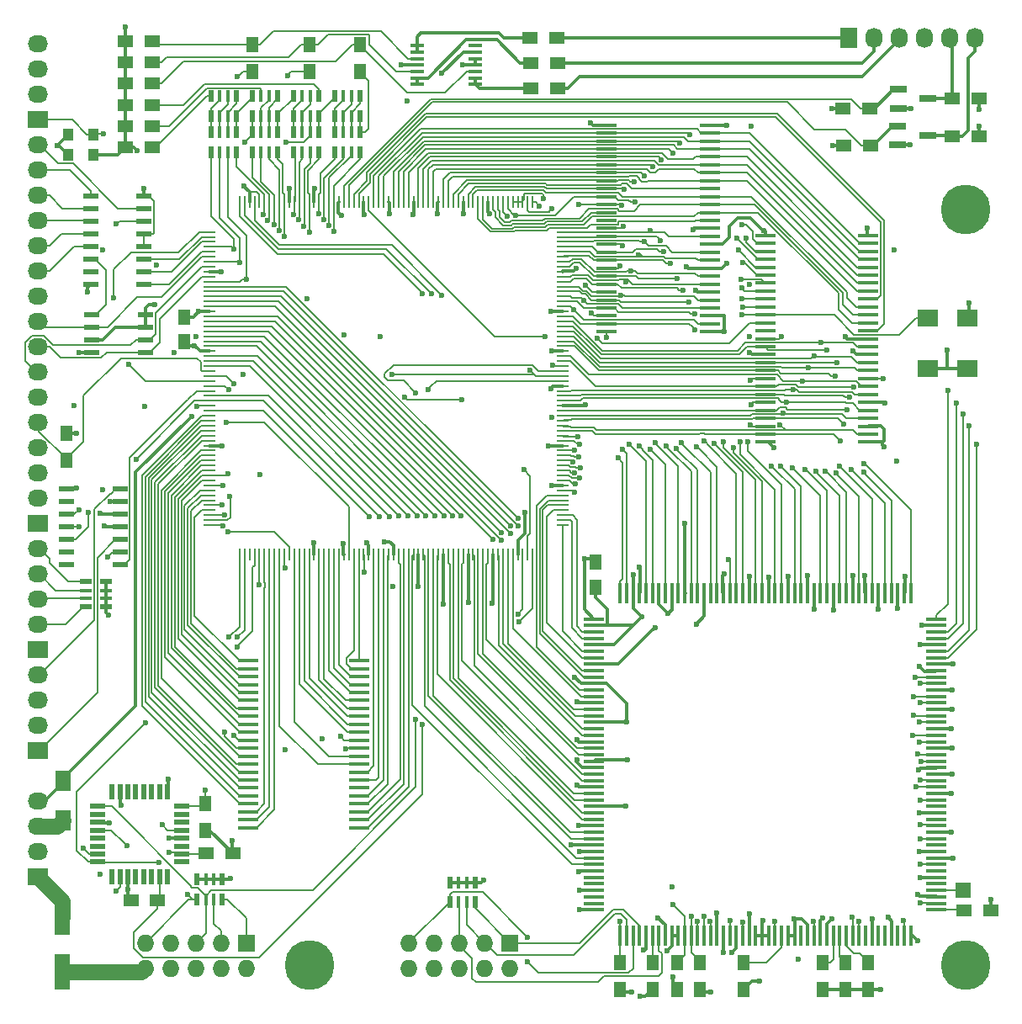
<source format=gbr>
G04 #@! TF.FileFunction,Copper,L1,Top,Signal*
%FSLAX46Y46*%
G04 Gerber Fmt 4.6, Leading zero omitted, Abs format (unit mm)*
G04 Created by KiCad (PCBNEW 0.201602141416+6556~42~ubuntu14.04.1-product) date ons 24 feb 2016 10:42:23*
%MOMM*%
G01*
G04 APERTURE LIST*
%ADD10C,0.100000*%
%ADD11C,5.000000*%
%ADD12R,0.629920X1.150620*%
%ADD13R,0.439420X1.150620*%
%ADD14R,2.000000X0.300000*%
%ADD15R,0.381000X2.032000*%
%ADD16R,2.032000X0.381000*%
%ADD17R,0.250000X1.300000*%
%ADD18R,1.300000X0.250000*%
%ADD19R,1.500000X0.600000*%
%ADD20R,0.550000X1.600000*%
%ADD21R,1.600000X0.550000*%
%ADD22R,1.550000X0.600000*%
%ADD23R,1.727200X1.727200*%
%ADD24O,1.727200X1.727200*%
%ADD25R,1.450000X0.450000*%
%ADD26R,1.500000X1.300000*%
%ADD27R,1.300000X1.500000*%
%ADD28R,2.032000X1.727200*%
%ADD29O,2.032000X1.727200*%
%ADD30R,1.727200X2.032000*%
%ADD31O,1.727200X2.032000*%
%ADD32R,2.000000X1.800000*%
%ADD33R,1.100000X1.200000*%
%ADD34R,1.501140X1.501140*%
%ADD35R,1.800860X0.800100*%
%ADD36R,1.600200X3.599180*%
%ADD37R,1.600000X2.000000*%
%ADD38R,1.250000X1.500000*%
%ADD39R,1.150620X0.629920*%
%ADD40R,1.150620X0.439420*%
%ADD41C,0.600000*%
%ADD42C,0.165100*%
%ADD43C,0.304800*%
%ADD44C,1.625600*%
%ADD45C,0.203200*%
G04 APERTURE END LIST*
D10*
D11*
X115000000Y-146000000D03*
X181000000Y-70000000D03*
D12*
X117549840Y-60601520D03*
X117549840Y-58600000D03*
D13*
X118400740Y-60601520D03*
X118400740Y-58600000D03*
X119198300Y-60601520D03*
X119200840Y-58600000D03*
D12*
X120100000Y-60601520D03*
X120100000Y-58600000D03*
D14*
X144850000Y-69500000D03*
X144850000Y-68700000D03*
X144850000Y-67900000D03*
X144850000Y-67100000D03*
X144850000Y-66300000D03*
X144850000Y-65500000D03*
X144850000Y-64700000D03*
X144850000Y-63900000D03*
X144850000Y-63100000D03*
X144850000Y-62300000D03*
X144850000Y-61500000D03*
X155250000Y-82300000D03*
X155250000Y-81500000D03*
X155250000Y-80700000D03*
X155250000Y-79900000D03*
X155250000Y-79100000D03*
X155250000Y-78300000D03*
X155250000Y-77500000D03*
X155250000Y-76700000D03*
X155250000Y-75900000D03*
X155250000Y-75100000D03*
X155250000Y-74300000D03*
X155250000Y-73500000D03*
X155250000Y-72700000D03*
X155250000Y-71900000D03*
X155250000Y-71100000D03*
X155250000Y-70300000D03*
X155250000Y-69500000D03*
X155250000Y-68700000D03*
X155250000Y-67900000D03*
X155250000Y-67100000D03*
X155250000Y-66300000D03*
X155250000Y-65500000D03*
X155250000Y-64700000D03*
X155250000Y-63900000D03*
X155250000Y-63100000D03*
X155250000Y-62300000D03*
X155250000Y-61500000D03*
X144850000Y-61500000D03*
X144850000Y-62300000D03*
X144850000Y-63100000D03*
X144850000Y-63900000D03*
X144850000Y-64700000D03*
X144850000Y-65500000D03*
X144850000Y-66300000D03*
X144850000Y-67100000D03*
X144850000Y-67900000D03*
X144850000Y-68700000D03*
X144850000Y-69500000D03*
X144850000Y-70300000D03*
X144850000Y-71100000D03*
X144850000Y-71900000D03*
X144850000Y-72700000D03*
X144850000Y-73500000D03*
X144850000Y-74300000D03*
X144850000Y-75100000D03*
X144850000Y-75900000D03*
X144850000Y-76700000D03*
X144850000Y-77500000D03*
X144850000Y-78300000D03*
X144850000Y-79100000D03*
X144850000Y-79900000D03*
X144850000Y-80700000D03*
X144850000Y-81500000D03*
X144850000Y-82300000D03*
X160850000Y-80600000D03*
X160850000Y-79800000D03*
X160850000Y-79000000D03*
X160850000Y-78200000D03*
X160850000Y-77400000D03*
X160850000Y-76600000D03*
X160850000Y-75800000D03*
X160850000Y-75000000D03*
X160850000Y-74200000D03*
X160850000Y-73400000D03*
X160850000Y-72600000D03*
X171250000Y-93400000D03*
X171250000Y-92600000D03*
X171250000Y-91800000D03*
X171250000Y-91000000D03*
X171250000Y-90200000D03*
X171250000Y-89400000D03*
X171250000Y-88600000D03*
X171250000Y-87800000D03*
X171250000Y-87000000D03*
X171250000Y-86200000D03*
X171250000Y-85400000D03*
X171250000Y-84600000D03*
X171250000Y-83800000D03*
X171250000Y-83000000D03*
X171250000Y-82200000D03*
X171250000Y-81400000D03*
X171250000Y-80600000D03*
X171250000Y-79800000D03*
X171250000Y-79000000D03*
X171250000Y-78200000D03*
X171250000Y-77400000D03*
X171250000Y-76600000D03*
X171250000Y-75800000D03*
X171250000Y-75000000D03*
X171250000Y-74200000D03*
X171250000Y-73400000D03*
X171250000Y-72600000D03*
X160850000Y-72600000D03*
X160850000Y-73400000D03*
X160850000Y-74200000D03*
X160850000Y-75000000D03*
X160850000Y-75800000D03*
X160850000Y-76600000D03*
X160850000Y-77400000D03*
X160850000Y-78200000D03*
X160850000Y-79000000D03*
X160850000Y-79800000D03*
X160850000Y-80600000D03*
X160850000Y-81400000D03*
X160850000Y-82200000D03*
X160850000Y-83000000D03*
X160850000Y-83800000D03*
X160850000Y-84600000D03*
X160850000Y-85400000D03*
X160850000Y-86200000D03*
X160850000Y-87000000D03*
X160850000Y-87800000D03*
X160850000Y-88600000D03*
X160850000Y-89400000D03*
X160850000Y-90200000D03*
X160850000Y-91000000D03*
X160850000Y-91800000D03*
X160850000Y-92600000D03*
X160850000Y-93400000D03*
D15*
X146244720Y-143056240D03*
X146894960Y-143056240D03*
X147545200Y-143056240D03*
X148195440Y-143056240D03*
X148845680Y-143056240D03*
X149495920Y-143056240D03*
X150146160Y-143056240D03*
X150796400Y-143056240D03*
X151446640Y-143056240D03*
X152096880Y-143056240D03*
X152747120Y-143056240D03*
X153397360Y-143056240D03*
X154047600Y-143056240D03*
X154697840Y-143056240D03*
X155348080Y-143056240D03*
X155998320Y-143056240D03*
X156648560Y-143056240D03*
X157298800Y-143056240D03*
X157949040Y-143056240D03*
X158599280Y-143056240D03*
X159249520Y-143056240D03*
X159899760Y-143056240D03*
X160550000Y-143056240D03*
X161200240Y-143056240D03*
X161850480Y-143056240D03*
X162500720Y-143056240D03*
X163150960Y-143056240D03*
X163801200Y-143056240D03*
X164451440Y-143056240D03*
X165101680Y-143056240D03*
X165751920Y-143056240D03*
X166402160Y-143056240D03*
X167052400Y-143056240D03*
X167702640Y-143056240D03*
X168352880Y-143056240D03*
X169003120Y-143056240D03*
X169653360Y-143056240D03*
X170303600Y-143056240D03*
X170953840Y-143056240D03*
X171604080Y-143056240D03*
X172254320Y-143056240D03*
X172904560Y-143056240D03*
X173554800Y-143056240D03*
X174205040Y-143056240D03*
X174855280Y-143056240D03*
X175505520Y-143056240D03*
D16*
X178106480Y-138504560D03*
X178106480Y-140455280D03*
X178106480Y-139805040D03*
X178106480Y-139154800D03*
X178106480Y-137854320D03*
X178106480Y-135253360D03*
X178106480Y-137204080D03*
X178106480Y-136553840D03*
X178106480Y-135903600D03*
X178106480Y-134603120D03*
X178106480Y-132002160D03*
X178106480Y-133952880D03*
X178106480Y-133302640D03*
X178106480Y-132652400D03*
X178106480Y-131351920D03*
X178106480Y-128750960D03*
X178106480Y-130701680D03*
X178106480Y-130051440D03*
X178106480Y-129401200D03*
X178106480Y-128100720D03*
X178106480Y-127450480D03*
X178106480Y-126800240D03*
X178106480Y-126150000D03*
X178106480Y-111844720D03*
X178106480Y-114445680D03*
X178106480Y-113795440D03*
X178106480Y-113145200D03*
X178106480Y-112494960D03*
X178106480Y-111194480D03*
X178106480Y-124849520D03*
X178106480Y-124199280D03*
X178106480Y-123549040D03*
X178106480Y-122898800D03*
X178106480Y-122248560D03*
X178106480Y-125499760D03*
X178106480Y-121598320D03*
X178106480Y-120948080D03*
X178106480Y-120297840D03*
X178106480Y-119647600D03*
X178106480Y-118997360D03*
X178106480Y-118347120D03*
X178106480Y-115746160D03*
X178106480Y-117696880D03*
X178106480Y-117046640D03*
X178106480Y-116396400D03*
X178106480Y-115095920D03*
X143643760Y-138504560D03*
X143643760Y-140455280D03*
X143643760Y-139805040D03*
X143643760Y-139154800D03*
X143643760Y-137854320D03*
X143643760Y-135253360D03*
X143643760Y-137204080D03*
X143643760Y-136553840D03*
X143643760Y-135903600D03*
X143643760Y-134603120D03*
X143643760Y-132002160D03*
X143643760Y-133952880D03*
X143643760Y-133302640D03*
X143643760Y-132652400D03*
X143643760Y-131351920D03*
X143643760Y-128750960D03*
X143643760Y-130701680D03*
X143643760Y-130051440D03*
X143643760Y-129401200D03*
X143643760Y-128100720D03*
X143643760Y-127450480D03*
X143643760Y-126800240D03*
X143643760Y-126150000D03*
X143643760Y-111844720D03*
X143643760Y-114445680D03*
X143643760Y-113795440D03*
X143643760Y-113145200D03*
X143643760Y-112494960D03*
X143643760Y-111194480D03*
X143643760Y-124849520D03*
X143643760Y-124199280D03*
X143643760Y-123549040D03*
X143643760Y-122898800D03*
X143643760Y-122248560D03*
X143643760Y-125499760D03*
X143643760Y-121598320D03*
X143643760Y-120948080D03*
X143643760Y-120297840D03*
X143643760Y-119647600D03*
X143643760Y-118997360D03*
X143643760Y-118347120D03*
X143643760Y-115746160D03*
X143643760Y-117696880D03*
X143643760Y-117046640D03*
X143643760Y-116396400D03*
X143643760Y-115095920D03*
D15*
X152096880Y-108593520D03*
X150146160Y-108593520D03*
X152747120Y-108593520D03*
X151446640Y-108593520D03*
X150796400Y-108593520D03*
X155348080Y-108593520D03*
X153397360Y-108593520D03*
X154047600Y-108593520D03*
X154697840Y-108593520D03*
X157298800Y-108593520D03*
X157949040Y-108593520D03*
X155998320Y-108593520D03*
X156648560Y-108593520D03*
X158599280Y-108593520D03*
X160550000Y-108593520D03*
X159899760Y-108593520D03*
X161200240Y-108593520D03*
X161850480Y-108593520D03*
X159249520Y-108593520D03*
X164451440Y-108593520D03*
X165101680Y-108593520D03*
X162500720Y-108593520D03*
X163150960Y-108593520D03*
X163801200Y-108593520D03*
X175505520Y-108593520D03*
X172904560Y-108593520D03*
X174855280Y-108593520D03*
X174205040Y-108593520D03*
X173554800Y-108593520D03*
X171604080Y-108593520D03*
X169653360Y-108593520D03*
X172254320Y-108593520D03*
X170953840Y-108593520D03*
X170303600Y-108593520D03*
X165751920Y-108593520D03*
X169003120Y-108593520D03*
X167052400Y-108593520D03*
X167702640Y-108593520D03*
X168352880Y-108593520D03*
X166402160Y-108593520D03*
X147545200Y-108593520D03*
X146894960Y-108593520D03*
X148195440Y-108593520D03*
X149495920Y-108593520D03*
X148845680Y-108593520D03*
X146244720Y-108593520D03*
D17*
X107950000Y-69250000D03*
X108450000Y-69250000D03*
X108950000Y-69250000D03*
X109450000Y-69250000D03*
X109950000Y-69250000D03*
X110450000Y-69250000D03*
X110950000Y-69250000D03*
X111450000Y-69250000D03*
X111950000Y-69250000D03*
X112450000Y-69250000D03*
X112950000Y-69250000D03*
X113450000Y-69250000D03*
X113950000Y-69250000D03*
X114450000Y-69250000D03*
X114950000Y-69250000D03*
X115450000Y-69250000D03*
X115950000Y-69250000D03*
X116450000Y-69250000D03*
X116950000Y-69250000D03*
X117450000Y-69250000D03*
X117950000Y-69250000D03*
X118450000Y-69250000D03*
X118950000Y-69250000D03*
X119450000Y-69250000D03*
X119950000Y-69250000D03*
X120450000Y-69250000D03*
X120950000Y-69250000D03*
X121450000Y-69250000D03*
X121950000Y-69250000D03*
X122450000Y-69250000D03*
X122950000Y-69250000D03*
X123450000Y-69250000D03*
X123950000Y-69250000D03*
X124450000Y-69250000D03*
X124950000Y-69250000D03*
X125450000Y-69250000D03*
X125950000Y-69250000D03*
X126450000Y-69250000D03*
X126950000Y-69250000D03*
X127450000Y-69250000D03*
X127950000Y-69250000D03*
X128450000Y-69250000D03*
X128950000Y-69250000D03*
X129450000Y-69250000D03*
X129950000Y-69250000D03*
X130450000Y-69250000D03*
X130950000Y-69250000D03*
X131450000Y-69250000D03*
X131950000Y-69250000D03*
X132450000Y-69250000D03*
X132950000Y-69250000D03*
X133450000Y-69250000D03*
X133950000Y-69250000D03*
X134450000Y-69250000D03*
X134950000Y-69250000D03*
X135450000Y-69250000D03*
X135950000Y-69250000D03*
X136450000Y-69250000D03*
X136950000Y-69250000D03*
X137450000Y-69250000D03*
X107950000Y-104750000D03*
X108450000Y-104750000D03*
X108950000Y-104750000D03*
X109450000Y-104750000D03*
X109950000Y-104750000D03*
X110450000Y-104750000D03*
X110950000Y-104750000D03*
X111450000Y-104750000D03*
X111950000Y-104750000D03*
X112450000Y-104750000D03*
X112950000Y-104750000D03*
X113450000Y-104750000D03*
X113950000Y-104750000D03*
X114450000Y-104750000D03*
X114950000Y-104750000D03*
X115450000Y-104750000D03*
X115950000Y-104750000D03*
X116450000Y-104750000D03*
X116950000Y-104750000D03*
X117450000Y-104750000D03*
X117950000Y-104750000D03*
X118450000Y-104750000D03*
X118950000Y-104750000D03*
X119450000Y-104750000D03*
X119950000Y-104750000D03*
X120450000Y-104750000D03*
X120950000Y-104750000D03*
X121450000Y-104750000D03*
X121950000Y-104750000D03*
X122450000Y-104750000D03*
X122950000Y-104750000D03*
X123450000Y-104750000D03*
X123950000Y-104750000D03*
X124450000Y-104750000D03*
X124950000Y-104750000D03*
X125450000Y-104750000D03*
X125950000Y-104750000D03*
X126450000Y-104750000D03*
X126950000Y-104750000D03*
X127450000Y-104750000D03*
X127950000Y-104750000D03*
X128450000Y-104750000D03*
X128950000Y-104750000D03*
X129450000Y-104750000D03*
X129950000Y-104750000D03*
X130450000Y-104750000D03*
X130950000Y-104750000D03*
X131450000Y-104750000D03*
X131950000Y-104750000D03*
X132450000Y-104750000D03*
X132950000Y-104750000D03*
X133450000Y-104750000D03*
X133950000Y-104750000D03*
X134450000Y-104750000D03*
X134950000Y-104750000D03*
X135450000Y-104750000D03*
X135950000Y-104750000D03*
X136450000Y-104750000D03*
X136950000Y-104750000D03*
X137450000Y-104750000D03*
D18*
X104950000Y-99750000D03*
X104950000Y-100250000D03*
X104950000Y-101250000D03*
X104950000Y-100750000D03*
X104950000Y-101750000D03*
X104950000Y-97750000D03*
X104950000Y-99250000D03*
X104950000Y-98750000D03*
X104950000Y-98250000D03*
X104950000Y-97250000D03*
X104950000Y-95250000D03*
X104950000Y-96750000D03*
X104950000Y-96250000D03*
X104950000Y-95750000D03*
X104950000Y-94750000D03*
X104950000Y-92750000D03*
X104950000Y-94250000D03*
X104950000Y-93750000D03*
X104950000Y-93250000D03*
X104950000Y-92250000D03*
X104950000Y-91750000D03*
X104950000Y-91250000D03*
X104950000Y-90750000D03*
X104950000Y-90250000D03*
X104950000Y-89750000D03*
X104950000Y-89250000D03*
X104950000Y-88750000D03*
X104950000Y-88250000D03*
X104950000Y-87750000D03*
X104950000Y-87250000D03*
X104950000Y-72750000D03*
X104950000Y-74250000D03*
X104950000Y-73750000D03*
X104950000Y-73250000D03*
X104950000Y-72250000D03*
X104950000Y-75250000D03*
X104950000Y-76750000D03*
X104950000Y-76250000D03*
X104950000Y-75750000D03*
X104950000Y-74750000D03*
X104950000Y-85250000D03*
X104950000Y-86750000D03*
X104950000Y-86250000D03*
X104950000Y-85750000D03*
X104950000Y-84750000D03*
X104950000Y-82750000D03*
X104950000Y-84250000D03*
X104950000Y-83750000D03*
X104950000Y-83250000D03*
X104950000Y-82250000D03*
X104950000Y-80250000D03*
X104950000Y-81750000D03*
X104950000Y-81250000D03*
X104950000Y-80750000D03*
X104950000Y-79750000D03*
X104950000Y-77750000D03*
X104950000Y-79250000D03*
X104950000Y-78750000D03*
X104950000Y-78250000D03*
X104950000Y-77250000D03*
X140450000Y-100250000D03*
X140450000Y-99750000D03*
X140450000Y-101250000D03*
X140450000Y-100750000D03*
X140450000Y-101750000D03*
X140450000Y-97750000D03*
X140450000Y-99250000D03*
X140450000Y-98750000D03*
X140450000Y-98250000D03*
X140450000Y-97250000D03*
X140450000Y-95250000D03*
X140450000Y-96750000D03*
X140450000Y-96250000D03*
X140450000Y-95750000D03*
X140450000Y-94750000D03*
X140450000Y-92750000D03*
X140450000Y-94250000D03*
X140450000Y-93750000D03*
X140450000Y-93250000D03*
X140450000Y-92250000D03*
X140450000Y-91750000D03*
X140450000Y-91250000D03*
X140450000Y-90750000D03*
X140450000Y-90250000D03*
X140450000Y-89750000D03*
X140450000Y-89250000D03*
X140450000Y-88750000D03*
X140450000Y-88250000D03*
X140450000Y-87750000D03*
X140450000Y-87250000D03*
X140450000Y-72750000D03*
X140450000Y-74250000D03*
X140450000Y-73750000D03*
X140450000Y-73250000D03*
X140450000Y-72250000D03*
X140450000Y-75250000D03*
X140450000Y-76750000D03*
X140450000Y-76250000D03*
X140450000Y-75750000D03*
X140450000Y-74750000D03*
X140450000Y-85250000D03*
X140450000Y-86750000D03*
X140450000Y-86250000D03*
X140450000Y-85750000D03*
X140450000Y-84750000D03*
X140450000Y-82750000D03*
X140450000Y-84250000D03*
X140450000Y-83750000D03*
X140450000Y-83250000D03*
X140450000Y-82250000D03*
X140450000Y-80250000D03*
X140450000Y-81750000D03*
X140450000Y-81250000D03*
X140450000Y-80750000D03*
X140450000Y-79750000D03*
X140450000Y-77750000D03*
X140450000Y-79250000D03*
X140450000Y-78750000D03*
X140450000Y-78250000D03*
X140450000Y-77250000D03*
D19*
X98350000Y-77520000D03*
X98350000Y-76250000D03*
X98350000Y-74980000D03*
X98350000Y-73710000D03*
X98350000Y-72440000D03*
X98350000Y-71170000D03*
X98350000Y-69900000D03*
X98350000Y-68630000D03*
X92950000Y-68630000D03*
X92950000Y-69900000D03*
X92950000Y-71170000D03*
X92950000Y-72440000D03*
X92950000Y-73710000D03*
X92950000Y-74980000D03*
X92950000Y-76250000D03*
X92950000Y-77520000D03*
D14*
X120000000Y-120200000D03*
X120000000Y-121000000D03*
X120000000Y-121800000D03*
X120000000Y-122600000D03*
X120000000Y-123400000D03*
X120000000Y-124200000D03*
X120000000Y-125000000D03*
X120000000Y-125800000D03*
X120000000Y-126600000D03*
X120000000Y-127400000D03*
X120000000Y-128200000D03*
X108800000Y-115400000D03*
X108800000Y-116200000D03*
X108800000Y-117000000D03*
X108800000Y-117800000D03*
X108800000Y-118600000D03*
X108800000Y-119400000D03*
X108800000Y-120200000D03*
X108800000Y-121000000D03*
X108800000Y-121800000D03*
X108800000Y-122600000D03*
X108800000Y-123400000D03*
X108800000Y-124200000D03*
X108800000Y-125000000D03*
X108800000Y-125800000D03*
X108800000Y-126600000D03*
X108800000Y-127400000D03*
X108800000Y-128200000D03*
X108800000Y-129000000D03*
X108800000Y-129800000D03*
X108800000Y-130600000D03*
X108800000Y-131400000D03*
X108800000Y-132200000D03*
X120000000Y-132200000D03*
X120000000Y-131400000D03*
X120000000Y-130600000D03*
X120000000Y-129800000D03*
X120000000Y-129000000D03*
X120000000Y-128200000D03*
X120000000Y-127400000D03*
X120000000Y-126600000D03*
X120000000Y-125800000D03*
X120000000Y-125000000D03*
X120000000Y-124200000D03*
X120000000Y-123400000D03*
X120000000Y-122600000D03*
X120000000Y-121800000D03*
X120000000Y-121000000D03*
X120000000Y-120200000D03*
X120000000Y-119400000D03*
X120000000Y-118600000D03*
X120000000Y-117800000D03*
X120000000Y-117000000D03*
X120000000Y-116200000D03*
X120000000Y-115400000D03*
D20*
X95100000Y-137100000D03*
X95900000Y-137100000D03*
X96700000Y-137100000D03*
X97500000Y-137100000D03*
X98300000Y-137100000D03*
X99100000Y-137100000D03*
X99900000Y-137100000D03*
X100700000Y-137100000D03*
D21*
X102150000Y-135650000D03*
X102150000Y-134850000D03*
X102150000Y-134050000D03*
X102150000Y-133250000D03*
X102150000Y-132450000D03*
X102150000Y-131650000D03*
X102150000Y-130850000D03*
X102150000Y-130050000D03*
D20*
X100700000Y-128600000D03*
X99900000Y-128600000D03*
X99100000Y-128600000D03*
X98300000Y-128600000D03*
X97500000Y-128600000D03*
X96700000Y-128600000D03*
X95900000Y-128600000D03*
X95100000Y-128600000D03*
D21*
X93650000Y-130050000D03*
X93650000Y-130850000D03*
X93650000Y-131650000D03*
X93650000Y-132450000D03*
X93650000Y-133250000D03*
X93650000Y-134050000D03*
X93650000Y-134850000D03*
X93650000Y-135650000D03*
D19*
X90500000Y-98140000D03*
X90500000Y-99410000D03*
X90500000Y-100680000D03*
X90500000Y-101950000D03*
X90500000Y-103220000D03*
X90500000Y-104490000D03*
X90500000Y-105760000D03*
X95900000Y-105760000D03*
X95900000Y-104490000D03*
X95900000Y-103220000D03*
X95900000Y-101950000D03*
X95900000Y-100680000D03*
X95900000Y-99410000D03*
X95900000Y-98140000D03*
D22*
X93050000Y-80545000D03*
X93050000Y-81815000D03*
X93050000Y-83085000D03*
X93050000Y-84355000D03*
X98450000Y-84355000D03*
X98450000Y-83085000D03*
X98450000Y-81815000D03*
X98450000Y-80545000D03*
D23*
X108600000Y-143800000D03*
D24*
X108600000Y-146340000D03*
X106060000Y-143800000D03*
X106060000Y-146340000D03*
X103520000Y-143800000D03*
X103520000Y-146340000D03*
X100980000Y-143800000D03*
X100980000Y-146340000D03*
X98440000Y-143800000D03*
X98440000Y-146340000D03*
D23*
X135180000Y-143800000D03*
D24*
X135180000Y-146340000D03*
X132640000Y-143800000D03*
X132640000Y-146340000D03*
X130100000Y-143800000D03*
X130100000Y-146340000D03*
X127560000Y-143800000D03*
X127560000Y-146340000D03*
X125020000Y-143800000D03*
X125020000Y-146340000D03*
D25*
X125800000Y-53500000D03*
X125800000Y-54150000D03*
X125800000Y-54800000D03*
X125800000Y-55450000D03*
X125800000Y-56100000D03*
X125800000Y-56750000D03*
X125800000Y-57400000D03*
X131700000Y-57400000D03*
X131700000Y-56750000D03*
X131700000Y-56100000D03*
X131700000Y-55450000D03*
X131700000Y-54800000D03*
X131700000Y-54150000D03*
X131700000Y-53500000D03*
D26*
X139900000Y-52700000D03*
X137200000Y-52700000D03*
X139950000Y-55250000D03*
X137250000Y-55250000D03*
X139950000Y-57800000D03*
X137250000Y-57800000D03*
D12*
X105100000Y-64201520D03*
X105100000Y-62200000D03*
D13*
X105950900Y-64201520D03*
X105950900Y-62200000D03*
X106748460Y-64201520D03*
X106751000Y-62200000D03*
D12*
X107650160Y-64201520D03*
X107650160Y-62200000D03*
X109249840Y-64201520D03*
X109249840Y-62200000D03*
D13*
X110100740Y-64201520D03*
X110100740Y-62200000D03*
X110898300Y-64201520D03*
X110900840Y-62200000D03*
D12*
X111800000Y-64201520D03*
X111800000Y-62200000D03*
X113400000Y-64201520D03*
X113400000Y-62200000D03*
D13*
X114250900Y-64201520D03*
X114250900Y-62200000D03*
X115048460Y-64201520D03*
X115051000Y-62200000D03*
D12*
X115950160Y-64201520D03*
X115950160Y-62200000D03*
X117549100Y-64200000D03*
X117549100Y-62198480D03*
D13*
X118400000Y-64200000D03*
X118400000Y-62198480D03*
X119197560Y-64200000D03*
X119200100Y-62198480D03*
D12*
X120099260Y-64200000D03*
X120099260Y-62198480D03*
X105100000Y-60601520D03*
X105100000Y-58600000D03*
D13*
X105950900Y-60601520D03*
X105950900Y-58600000D03*
X106748460Y-60601520D03*
X106751000Y-58600000D03*
D12*
X107650160Y-60601520D03*
X107650160Y-58600000D03*
X109249840Y-60600000D03*
X109249840Y-58598480D03*
D13*
X110100740Y-60600000D03*
X110100740Y-58598480D03*
X110898300Y-60600000D03*
X110900840Y-58598480D03*
D12*
X111800000Y-60600000D03*
X111800000Y-58598480D03*
X113400000Y-60601520D03*
X113400000Y-58600000D03*
D13*
X114250900Y-60601520D03*
X114250900Y-58600000D03*
X115048460Y-60601520D03*
X115051000Y-58600000D03*
D12*
X115950160Y-60601520D03*
X115950160Y-58600000D03*
D27*
X109200000Y-53400000D03*
X109200000Y-56100000D03*
X120100000Y-53400000D03*
X120100000Y-56100000D03*
D26*
X99150000Y-53100000D03*
X96450000Y-53100000D03*
X99150000Y-57300000D03*
X96450000Y-57300000D03*
D27*
X115000000Y-53400000D03*
X115000000Y-56100000D03*
D26*
X99150000Y-55200000D03*
X96450000Y-55200000D03*
X96450000Y-63750000D03*
X99150000Y-63750000D03*
X96450000Y-61625001D03*
X99150000Y-61625001D03*
X96450000Y-59500000D03*
X99150000Y-59500000D03*
D28*
X87630000Y-124460000D03*
D29*
X87630000Y-121920000D03*
X87630000Y-119380000D03*
X87630000Y-116840000D03*
D28*
X87630000Y-137160000D03*
D29*
X87630000Y-134620000D03*
X87630000Y-132080000D03*
X87630000Y-129540000D03*
D28*
X87630000Y-101600000D03*
D29*
X87630000Y-99060000D03*
X87630000Y-96520000D03*
X87630000Y-93980000D03*
X87630000Y-91440000D03*
X87630000Y-88900000D03*
X87630000Y-86360000D03*
X87630000Y-83820000D03*
X87630000Y-81280000D03*
X87630000Y-78740000D03*
X87630000Y-76200000D03*
X87630000Y-73660000D03*
X87630000Y-71120000D03*
X87630000Y-68580000D03*
X87630000Y-66040000D03*
X87630000Y-63500000D03*
D30*
X169250000Y-52750000D03*
D31*
X171790000Y-52750000D03*
X174330000Y-52750000D03*
X176870000Y-52750000D03*
X179410000Y-52750000D03*
X181950000Y-52750000D03*
D27*
X149500000Y-148450000D03*
X149500000Y-145750000D03*
X166600000Y-148450000D03*
X166600000Y-145750000D03*
X168900000Y-148450000D03*
X168900000Y-145750000D03*
X171200000Y-148450000D03*
X171200000Y-145750000D03*
D26*
X183550000Y-140500000D03*
X180850000Y-140500000D03*
D27*
X152000000Y-145750000D03*
X152000000Y-148450000D03*
X104500000Y-132450000D03*
X104500000Y-129750000D03*
D26*
X107250000Y-134800000D03*
X104550000Y-134800000D03*
X97000000Y-139500000D03*
X99700000Y-139500000D03*
D27*
X154300000Y-148450000D03*
X154300000Y-145750000D03*
X146200000Y-148450000D03*
X146200000Y-145750000D03*
D28*
X87630000Y-60960000D03*
D29*
X87630000Y-58420000D03*
X87630000Y-55880000D03*
X87630000Y-53340000D03*
D27*
X90500000Y-95200000D03*
X90500000Y-92500000D03*
D32*
X181200000Y-86000000D03*
X181200000Y-80920000D03*
X177200000Y-80920000D03*
X177200000Y-86000000D03*
D33*
X90730000Y-64529500D03*
X93270000Y-64529500D03*
X90730000Y-62429500D03*
X93270000Y-62429500D03*
D12*
X106200000Y-137400000D03*
X106200000Y-139401520D03*
D13*
X105349100Y-137400000D03*
X105349100Y-139401520D03*
X104551540Y-137400000D03*
X104549000Y-139401520D03*
D12*
X103649840Y-137400000D03*
X103649840Y-139401520D03*
X131649680Y-137700000D03*
X131649680Y-139701520D03*
D13*
X130798780Y-137700000D03*
X130798780Y-139701520D03*
X130001220Y-137700000D03*
X129998680Y-139701520D03*
D12*
X129099520Y-137700000D03*
X129099520Y-139701520D03*
D34*
X180800000Y-138500000D03*
D27*
X158700000Y-148450000D03*
X158700000Y-145750000D03*
D35*
X174248860Y-57900000D03*
X174248860Y-59800000D03*
X177251140Y-58850000D03*
X174198860Y-61600000D03*
X174198860Y-63500000D03*
X177201140Y-62550000D03*
D26*
X171400000Y-59800000D03*
X168700000Y-59800000D03*
X179650000Y-58850000D03*
X182350000Y-58850000D03*
X171450000Y-63550000D03*
X168750000Y-63550000D03*
X179650000Y-62600000D03*
X182350000Y-62600000D03*
D36*
X90100000Y-141198360D03*
X90100000Y-146700000D03*
D37*
X90200000Y-127450000D03*
X90200000Y-131450000D03*
D38*
X102350000Y-83300000D03*
X102350000Y-80800000D03*
X143800000Y-108000000D03*
X143800000Y-105500000D03*
D28*
X87630000Y-114300000D03*
D29*
X87630000Y-111760000D03*
X87630000Y-109220000D03*
X87630000Y-106680000D03*
X87630000Y-104140000D03*
D39*
X94482920Y-109966760D03*
X92481400Y-109966760D03*
D40*
X94482920Y-109115860D03*
X92481400Y-109115860D03*
X94482920Y-108318300D03*
X92481400Y-108315760D03*
D39*
X94482920Y-107416600D03*
X92481400Y-107416600D03*
D11*
X181000000Y-146000000D03*
D41*
X164150000Y-145400000D03*
X160585936Y-141521369D03*
X149750000Y-112040160D03*
X148594127Y-144488157D03*
X139335614Y-90900799D03*
X123400000Y-107950000D03*
X118400000Y-103600000D03*
X159300000Y-77550000D03*
X159400000Y-61600000D03*
X159250000Y-82750000D03*
X174050000Y-95350000D03*
X173800000Y-74050000D03*
X116250000Y-123250000D03*
X112500000Y-124350000D03*
X93950000Y-136850000D03*
X124800000Y-59050000D03*
X99550000Y-75600000D03*
X94156070Y-74101214D03*
X94150000Y-98150000D03*
X175450000Y-63475000D03*
X175500000Y-59800000D03*
X93949996Y-100600000D03*
X108400000Y-67650000D03*
X101350000Y-84402330D03*
X103600000Y-82750000D03*
X108300000Y-86550000D03*
X118500000Y-82600000D03*
X122100000Y-82800000D03*
X114750000Y-78950000D03*
X159350000Y-87200000D03*
X162500000Y-82750000D03*
X103650002Y-89800000D03*
X97650000Y-64100000D03*
X100850000Y-133250000D03*
X133400000Y-109650000D03*
X128450000Y-109700000D03*
X139300000Y-80200000D03*
X115500000Y-67900000D03*
X98350000Y-67900000D03*
X91800000Y-84350000D03*
X151450000Y-138150000D03*
X141950000Y-119500000D03*
X157150000Y-105250000D03*
X159350000Y-91650000D03*
X143350000Y-80450000D03*
X146250000Y-75700000D03*
X153850000Y-78150000D03*
X172900000Y-89500000D03*
X169650000Y-84200000D03*
X181350000Y-79400000D03*
X130400000Y-55450000D03*
X143300000Y-61300000D03*
X146600000Y-71700000D03*
X160750000Y-72100000D03*
X96450000Y-51650000D03*
X98400000Y-89800000D03*
X91300000Y-89750000D03*
X91550000Y-92500000D03*
X122500000Y-103400000D03*
X139350000Y-97750000D03*
X142750000Y-89600000D03*
X103850000Y-80250000D03*
X176200000Y-143600000D03*
X167550000Y-141350000D03*
X163800000Y-141400000D03*
X156650000Y-144750000D03*
X150000000Y-141250000D03*
X142150000Y-140450000D03*
X142050000Y-136650000D03*
X141300000Y-133900000D03*
X142100000Y-132000000D03*
X141900000Y-127900000D03*
X141950000Y-125400000D03*
X141900000Y-123350000D03*
X142650000Y-105150000D03*
X148150000Y-105950000D03*
X151100000Y-110650000D03*
X153900000Y-111700000D03*
X159250000Y-106900000D03*
X163150000Y-106950000D03*
X161700000Y-94000000D03*
X165750000Y-110250000D03*
X167700000Y-110300000D03*
X172250000Y-110250000D03*
X174200000Y-110150000D03*
X176600000Y-111850000D03*
X179750000Y-115700000D03*
X179700000Y-120300000D03*
X179700000Y-124200000D03*
X179700000Y-126800000D03*
X179600000Y-128750000D03*
X179600000Y-132650000D03*
X179800000Y-135300000D03*
X176500000Y-137200000D03*
X171600000Y-141400000D03*
X172500000Y-148500000D03*
X148300000Y-149200000D03*
X155400000Y-148700000D03*
X138500000Y-68900000D03*
X125400000Y-70500000D03*
X120500000Y-70500000D03*
X106300000Y-97800000D03*
X112500000Y-106100000D03*
X139427919Y-85654061D03*
X118100000Y-123000000D03*
X106400000Y-122600000D03*
X144900000Y-82900000D03*
X130500000Y-70400000D03*
X95500000Y-71400000D03*
X110000000Y-96700000D03*
X128300000Y-56300000D03*
X139265660Y-88056720D03*
X94747080Y-110782100D03*
X94361000Y-101818440D03*
X152750000Y-101550000D03*
X141650000Y-117050000D03*
X118600000Y-124250000D03*
X136650000Y-100450000D03*
X157000000Y-75400000D03*
X182350000Y-61600000D03*
X182350000Y-59900000D03*
X167550000Y-59800000D03*
X167650000Y-63575000D03*
X94950238Y-99348204D03*
X96047670Y-129900000D03*
X109937261Y-107787261D03*
X142778798Y-77600055D03*
X141850000Y-75900000D03*
X89550000Y-63600000D03*
X91550000Y-98050000D03*
X103400000Y-83700000D03*
X125900000Y-107900000D03*
X130950000Y-109550000D03*
X120750000Y-103550000D03*
X112950000Y-67900000D03*
X157500000Y-144750000D03*
X172700000Y-87000000D03*
X159400000Y-89650000D03*
X153600000Y-72000000D03*
X172800000Y-93850000D03*
X146450000Y-73650000D03*
X156950000Y-61500000D03*
X152900000Y-75750000D03*
X115400000Y-103500000D03*
X139000000Y-93750000D03*
X139350000Y-84250000D03*
X106100000Y-76250000D03*
X106200000Y-93750000D03*
X147550000Y-106750000D03*
X151600000Y-147200000D03*
X100800000Y-127300000D03*
X123000000Y-70400000D03*
X118200000Y-70600000D03*
X127900000Y-70400000D03*
X171100000Y-71900000D03*
X168900000Y-82800000D03*
X156700000Y-82300000D03*
X159300000Y-84400000D03*
X166600000Y-141300000D03*
X173200000Y-141200000D03*
X176200000Y-138900000D03*
X176400000Y-134600000D03*
X176400000Y-130700000D03*
X176300000Y-126400000D03*
X179600000Y-122200000D03*
X179700000Y-118300000D03*
X176400000Y-116000000D03*
X176500000Y-113800000D03*
X174900000Y-106900000D03*
X170900000Y-106800000D03*
X169700000Y-106800000D03*
X165100000Y-106800000D03*
X161200000Y-107000000D03*
X156700000Y-106700000D03*
X148400000Y-111000000D03*
X146900000Y-121600000D03*
X147000000Y-125400000D03*
X146800000Y-130000000D03*
X142200000Y-134600000D03*
X142200000Y-138500000D03*
X151000000Y-144600000D03*
X156000000Y-140800000D03*
X159300000Y-140900000D03*
X96700000Y-138400000D03*
X94800000Y-131700000D03*
X107200000Y-133500000D03*
X107000000Y-137300000D03*
X132500000Y-137500000D03*
X147400000Y-148700000D03*
X160300000Y-147600000D03*
X183600000Y-139400000D03*
X179200000Y-84100000D03*
X92600000Y-78300000D03*
X99400000Y-79600000D03*
X139400000Y-69900000D03*
X133126811Y-70452329D03*
X107364512Y-122913308D03*
X141708540Y-97637130D03*
X176229378Y-124805319D03*
X142191755Y-97043918D03*
X176400000Y-123550000D03*
X141624492Y-96478152D03*
X175700000Y-122900000D03*
X141700000Y-98450000D03*
X176550000Y-125500000D03*
X142214417Y-95948596D03*
X176400000Y-121600000D03*
X141518099Y-95380704D03*
X175750000Y-120900000D03*
X142110594Y-94853274D03*
X176500000Y-119650000D03*
X141680370Y-94220579D03*
X175750000Y-119000000D03*
X142164470Y-93628091D03*
X176500000Y-117700000D03*
X142000000Y-92850000D03*
X175950000Y-117050000D03*
X181400000Y-91750000D03*
X168738654Y-91548990D03*
X180750000Y-90550000D03*
X169068865Y-90129177D03*
X180100000Y-89450000D03*
X169316536Y-88909358D03*
X169784898Y-87842159D03*
X179250000Y-88200000D03*
X168408443Y-93276864D03*
X182150000Y-93600000D03*
X149752107Y-93482752D03*
X148092593Y-74552330D03*
X149250000Y-94100000D03*
X147371060Y-76152330D03*
X152400000Y-93450000D03*
X150319668Y-73104679D03*
X150858498Y-93796601D03*
X148700000Y-73247670D03*
X151900000Y-94050000D03*
X149255075Y-72152330D03*
X151300000Y-75447670D03*
X154701392Y-93246751D03*
X153950000Y-93850000D03*
X150600000Y-74200000D03*
X152000000Y-76947670D03*
X155750000Y-93550000D03*
X157650000Y-94000000D03*
X153200000Y-79300000D03*
X156650000Y-93400000D03*
X152600000Y-78100000D03*
X158315340Y-93378551D03*
X153787743Y-80498639D03*
X162624287Y-90452330D03*
X162391600Y-95801120D03*
X159129616Y-93369661D03*
X153787733Y-82098637D03*
X162315106Y-91647670D03*
X161513971Y-95858944D03*
X170800000Y-95550000D03*
X167900021Y-86746829D03*
X169532560Y-96164613D03*
X167100000Y-84100000D03*
X170750000Y-96450000D03*
X168100000Y-85400000D03*
X168350000Y-95850000D03*
X166500000Y-83400000D03*
X167971787Y-96515095D03*
X165812725Y-84759329D03*
X166900000Y-96300000D03*
X165234844Y-85947670D03*
X164900000Y-96150000D03*
X163670244Y-88152330D03*
X165950000Y-96350000D03*
X164632622Y-87253302D03*
X163550000Y-95950000D03*
X162992610Y-89367257D03*
X142613606Y-79172104D03*
X146500000Y-94150000D03*
X148200000Y-93800000D03*
X146800000Y-77247670D03*
X147150000Y-93600000D03*
X146277844Y-78632424D03*
X146050000Y-94999998D03*
X141593008Y-80077908D03*
X130300000Y-89100000D03*
X124532577Y-88858069D03*
X94700000Y-105000000D03*
X135700000Y-70547782D03*
X147734260Y-69247670D03*
X158562254Y-79787746D03*
X146653044Y-67952330D03*
X158550000Y-78950000D03*
X147689530Y-67183998D03*
X158500000Y-77900000D03*
X148710055Y-66644842D03*
X158450000Y-77000000D03*
X158612261Y-75337739D03*
X149539952Y-65710047D03*
X150416924Y-65001973D03*
X158150000Y-74100000D03*
X158000000Y-72900000D03*
X151600000Y-64350000D03*
X158950000Y-72900000D03*
X152250000Y-63300000D03*
X158500000Y-71500000D03*
X153300000Y-62500000D03*
X92200000Y-134250000D03*
X126350000Y-78500000D03*
X95500000Y-138550000D03*
X127250000Y-78500000D03*
X143968695Y-82959246D03*
X138700000Y-82750000D03*
X138141028Y-69669920D03*
X104500000Y-128450000D03*
X100850000Y-134700000D03*
X107750000Y-113050000D03*
X106800000Y-96600000D03*
X126300000Y-121800000D03*
X136100000Y-111500000D03*
X121000000Y-100900000D03*
X146200000Y-141600000D03*
X97518354Y-95156154D03*
X122000000Y-100900000D03*
X153400000Y-141100000D03*
X123000000Y-100900000D03*
X154000000Y-141600000D03*
X124000000Y-100800000D03*
X154700000Y-141100000D03*
X124900000Y-100800000D03*
X155300000Y-141600000D03*
X123294979Y-86568996D03*
X137200000Y-86200000D03*
X142050000Y-69500000D03*
X158550000Y-80600000D03*
X146443331Y-69577881D03*
X125800000Y-100800000D03*
X158600000Y-141700000D03*
X126700000Y-100800000D03*
X161800000Y-141600000D03*
X127600000Y-100800000D03*
X165700000Y-141600000D03*
X128500000Y-100800000D03*
X169600000Y-141200000D03*
X129400000Y-100800000D03*
X170300000Y-141600000D03*
X130200000Y-100800000D03*
X174800000Y-141500000D03*
X176500000Y-139800000D03*
X133476728Y-103223777D03*
X176500000Y-135900000D03*
X134294404Y-103266944D03*
X176500000Y-131900000D03*
X135188238Y-102611762D03*
X176500000Y-133300000D03*
X134300984Y-102499016D03*
X176500000Y-129400000D03*
X135183543Y-101832559D03*
X176000000Y-128100000D03*
X135995298Y-101869805D03*
X176500000Y-127400000D03*
X136000000Y-101100000D03*
X106773980Y-102438200D03*
X91750000Y-101950000D03*
X91750000Y-100250000D03*
X106150000Y-99750000D03*
X92735400Y-100469700D03*
X106450000Y-100700000D03*
X107350002Y-73950000D03*
X107950000Y-75350000D03*
X108600000Y-77050000D03*
X110292026Y-70484889D03*
X110782812Y-71071852D03*
X111402330Y-71520844D03*
X111902330Y-72150000D03*
X112450000Y-72700000D03*
X113387660Y-70483863D03*
X113902330Y-71050000D03*
X114402330Y-71650000D03*
X114950000Y-72300000D03*
X115887660Y-70433863D03*
X116402330Y-71000000D03*
X116902330Y-71600000D03*
X117450000Y-72200000D03*
X107750000Y-56650000D03*
X108500000Y-63200000D03*
X112750000Y-56500000D03*
X112600000Y-63200000D03*
X103150000Y-90800000D03*
X106304080Y-101797660D03*
X106967020Y-98844100D03*
X124200000Y-55400000D03*
X134900000Y-70700000D03*
X94250000Y-62400000D03*
X96773996Y-85536422D03*
X95300000Y-78900000D03*
X106650000Y-91400000D03*
X98450000Y-121650000D03*
X106850000Y-113050000D03*
X99799998Y-135700000D03*
X100150000Y-131900000D03*
X107700000Y-114000000D03*
X125700000Y-121300000D03*
X136000000Y-110700000D03*
X128300000Y-78600000D03*
X102700000Y-138900000D03*
X157300000Y-141526600D03*
X120500000Y-106500000D03*
X136900000Y-143200000D03*
X136900000Y-145650000D03*
X96599998Y-134000000D03*
X151550000Y-139950000D03*
X106834940Y-88140540D03*
X107363260Y-87541100D03*
X125700000Y-88465154D03*
X126900002Y-88100000D03*
X136600000Y-96200000D03*
D42*
X98350000Y-72440000D02*
X99265100Y-72440000D01*
X99265100Y-72440000D02*
X99347651Y-72357449D01*
X99347651Y-72357449D02*
X99347651Y-69177651D01*
X99347651Y-69177651D02*
X98800000Y-68630000D01*
X98800000Y-68630000D02*
X98350000Y-68630000D01*
X98350000Y-73710000D02*
X98350000Y-72440000D01*
D43*
X131700000Y-54800000D02*
X131700000Y-55450000D01*
D44*
X87630000Y-132080000D02*
X89570000Y-132080000D01*
X89570000Y-132080000D02*
X90200000Y-131450000D01*
D43*
X160550000Y-141557305D02*
X160585936Y-141521369D01*
X160550000Y-143056240D02*
X160550000Y-141557305D01*
X149450001Y-112340159D02*
X149750000Y-112040160D01*
X146044000Y-115746160D02*
X149450001Y-112340159D01*
X143643760Y-115746160D02*
X146044000Y-115746160D01*
X142650000Y-105150000D02*
X143450000Y-105150000D01*
X143450000Y-105150000D02*
X143800000Y-105500000D01*
X148734563Y-144488157D02*
X148594127Y-144488157D01*
X148845680Y-143056240D02*
X148845680Y-144377040D01*
X148845680Y-144377040D02*
X148734563Y-144488157D01*
X102350000Y-80800000D02*
X103300000Y-80800000D01*
X103300000Y-80800000D02*
X103850000Y-80250000D01*
X118400000Y-103600000D02*
X118400000Y-104700000D01*
X118400000Y-104700000D02*
X118450000Y-104750000D01*
D44*
X90100000Y-146700000D02*
X98080000Y-146700000D01*
X98080000Y-146700000D02*
X98440000Y-146340000D01*
D43*
X174198860Y-63500000D02*
X175425000Y-63500000D01*
X175425000Y-63500000D02*
X175450000Y-63475000D01*
X174248860Y-59800000D02*
X175500000Y-59800000D01*
X95900000Y-100680000D02*
X94029996Y-100680000D01*
X94029996Y-100680000D02*
X93949996Y-100600000D01*
X108950000Y-68250000D02*
X108950000Y-69250000D01*
X108400000Y-67700000D02*
X108950000Y-68250000D01*
X108400000Y-67650000D02*
X108400000Y-67700000D01*
D45*
X160850000Y-87000000D02*
X159550000Y-87000000D01*
X159550000Y-87000000D02*
X159350000Y-87200000D01*
X160850000Y-83000000D02*
X162250000Y-83000000D01*
X162250000Y-83000000D02*
X162500000Y-82750000D01*
D42*
X103700002Y-89750000D02*
X103650002Y-89800000D01*
X104950000Y-89750000D02*
X103700002Y-89750000D01*
D43*
X97300000Y-63750000D02*
X96450000Y-63750000D01*
X97650000Y-64100000D02*
X97300000Y-63750000D01*
X93270000Y-64529500D02*
X95670500Y-64529500D01*
X95670500Y-64529500D02*
X96450000Y-63750000D01*
X102150000Y-133250000D02*
X100850000Y-133250000D01*
X133450000Y-104750000D02*
X133450000Y-109600000D01*
X133450000Y-109600000D02*
X133400000Y-109650000D01*
X128450000Y-104750000D02*
X128450000Y-109700000D01*
X140450000Y-80250000D02*
X139350000Y-80250000D01*
X139350000Y-80250000D02*
X139300000Y-80200000D01*
X115450000Y-69250000D02*
X115450000Y-67950000D01*
X115450000Y-67950000D02*
X115500000Y-67900000D01*
D42*
X115450000Y-67950000D02*
X115500000Y-67900000D01*
X109950000Y-69250000D02*
X109950000Y-68500000D01*
X109000000Y-68200000D02*
X108950000Y-68250000D01*
X109650000Y-68200000D02*
X109000000Y-68200000D01*
X109950000Y-68500000D02*
X109650000Y-68200000D01*
D43*
X98350000Y-68630000D02*
X98350000Y-67900000D01*
X93050000Y-84355000D02*
X91805000Y-84355000D01*
X91805000Y-84355000D02*
X91800000Y-84350000D01*
X143643760Y-119647600D02*
X142097600Y-119647600D01*
X142097600Y-119647600D02*
X141950000Y-119500000D01*
D45*
X157298800Y-108593520D02*
X157298800Y-105398800D01*
X157298800Y-105398800D02*
X157150000Y-105250000D01*
X160850000Y-91800000D02*
X159500000Y-91800000D01*
X159500000Y-91800000D02*
X159350000Y-91650000D01*
X144850000Y-80700000D02*
X143600000Y-80700000D01*
X143600000Y-80700000D02*
X143350000Y-80450000D01*
X144850000Y-75900000D02*
X146050000Y-75900000D01*
X146050000Y-75900000D02*
X146250000Y-75700000D01*
D43*
X155250000Y-78300000D02*
X154000000Y-78300000D01*
X154000000Y-78300000D02*
X153850000Y-78150000D01*
X171250000Y-89400000D02*
X172850000Y-89400000D01*
X172850000Y-89450000D02*
X172900000Y-89500000D01*
X172850000Y-89400000D02*
X172850000Y-89450000D01*
X171250000Y-84600000D02*
X170100000Y-84600000D01*
X170050000Y-84600000D02*
X169650000Y-84200000D01*
X170100000Y-84600000D02*
X170050000Y-84600000D01*
X181200000Y-80920000D02*
X181350000Y-80770000D01*
X181350000Y-80770000D02*
X181350000Y-79400000D01*
X131700000Y-55450000D02*
X130400000Y-55450000D01*
X143500000Y-61500000D02*
X144850000Y-61500000D01*
X143300000Y-61300000D02*
X143500000Y-61500000D01*
D42*
X144850000Y-71900000D02*
X146400000Y-71900000D01*
X146400000Y-71900000D02*
X146600000Y-71700000D01*
D43*
X160750000Y-72100000D02*
X160600000Y-72100000D01*
X156550000Y-73500000D02*
X155250000Y-73500000D01*
X157250000Y-72800000D02*
X156550000Y-73500000D01*
X157250000Y-71650000D02*
X157250000Y-72800000D01*
X158050000Y-70850000D02*
X157250000Y-71650000D01*
X159350000Y-70850000D02*
X158050000Y-70850000D01*
X160600000Y-72100000D02*
X159350000Y-70850000D01*
X160850000Y-72600000D02*
X160850000Y-72200000D01*
X160850000Y-72200000D02*
X160750000Y-72100000D01*
X96450000Y-63750000D02*
X96450000Y-61625001D01*
X96450000Y-61625001D02*
X96450000Y-59500000D01*
X96450000Y-59500000D02*
X96450000Y-57300000D01*
X96450000Y-57300000D02*
X96450000Y-55200000D01*
X96450000Y-55200000D02*
X96450000Y-53100000D01*
X96450000Y-53100000D02*
X96450000Y-51650000D01*
X90500000Y-92500000D02*
X91550000Y-92500000D01*
X123450000Y-104750000D02*
X123450000Y-103800000D01*
X123050000Y-103400000D02*
X122500000Y-103400000D01*
X123450000Y-103800000D02*
X123050000Y-103400000D01*
X140450000Y-97750000D02*
X139350000Y-97750000D01*
X140450000Y-89750000D02*
X142600000Y-89750000D01*
X142600000Y-89750000D02*
X142750000Y-89600000D01*
X130450000Y-69250000D02*
X130450000Y-70350000D01*
X130450000Y-70350000D02*
X130500000Y-70400000D01*
X125450000Y-69250000D02*
X125450000Y-70450000D01*
X125450000Y-70450000D02*
X125400000Y-70500000D01*
X120450000Y-69250000D02*
X120450000Y-70450000D01*
X120450000Y-70450000D02*
X120500000Y-70500000D01*
X104950000Y-80250000D02*
X103850000Y-80250000D01*
X175505520Y-143056240D02*
X175656240Y-143056240D01*
X175656240Y-143056240D02*
X176200000Y-143600000D01*
X167052400Y-143056240D02*
X167052400Y-141847600D01*
X167052400Y-141847600D02*
X167550000Y-141350000D01*
X165101680Y-143056240D02*
X165101680Y-141951680D01*
X164550000Y-141400000D02*
X163800000Y-141400000D01*
X165101680Y-141951680D02*
X164550000Y-141400000D01*
X163801200Y-143056240D02*
X163801200Y-141401200D01*
X163801200Y-141401200D02*
X163800000Y-141400000D01*
X163150960Y-143056240D02*
X163801200Y-143056240D01*
X159899760Y-143056240D02*
X160550000Y-143056240D01*
X160550000Y-143056240D02*
X161200240Y-143056240D01*
X156648560Y-143056240D02*
X156648560Y-144748560D01*
X156648560Y-144748560D02*
X156650000Y-144750000D01*
X150796400Y-143056240D02*
X150796400Y-141996400D01*
X150050000Y-141250000D02*
X150000000Y-141250000D01*
X150796400Y-141996400D02*
X150050000Y-141250000D01*
X143643760Y-140455280D02*
X142155280Y-140455280D01*
X142155280Y-140455280D02*
X142150000Y-140450000D01*
X143643760Y-136553840D02*
X142146160Y-136553840D01*
X142146160Y-136553840D02*
X142050000Y-136650000D01*
X143643760Y-133952880D02*
X141352880Y-133952880D01*
X141352880Y-133952880D02*
X141300000Y-133900000D01*
X143643760Y-132002160D02*
X142102160Y-132002160D01*
X142102160Y-132002160D02*
X142100000Y-132000000D01*
X143643760Y-128100720D02*
X142100720Y-128100720D01*
X142100720Y-128100720D02*
X141900000Y-127900000D01*
X143643760Y-126150000D02*
X142450000Y-126150000D01*
X141950000Y-125650000D02*
X141950000Y-125400000D01*
X142450000Y-126150000D02*
X141950000Y-125650000D01*
X142099040Y-123549040D02*
X141900000Y-123350000D01*
X143643760Y-123549040D02*
X142099040Y-123549040D01*
X143643760Y-111194480D02*
X142650000Y-110200720D01*
X142650000Y-110200720D02*
X142650000Y-105150000D01*
X148195440Y-108593520D02*
X148300000Y-108488960D01*
X148300000Y-108488960D02*
X148300000Y-106100000D01*
X148300000Y-106100000D02*
X148150000Y-105950000D01*
X150146160Y-108593520D02*
X150150000Y-108597360D01*
X150150000Y-108597360D02*
X150150000Y-109700000D01*
X150150000Y-109700000D02*
X151100000Y-110650000D01*
X151446640Y-108593520D02*
X151450000Y-108596880D01*
X151450000Y-108596880D02*
X151450000Y-110300000D01*
X151450000Y-110300000D02*
X151100000Y-110650000D01*
X154697840Y-108593520D02*
X154700000Y-108595680D01*
X154700000Y-108595680D02*
X154700000Y-110900000D01*
X154700000Y-110900000D02*
X153900000Y-111700000D01*
X159249520Y-108593520D02*
X159250000Y-108593040D01*
X159250000Y-108593040D02*
X159250000Y-106900000D01*
X163150960Y-108593520D02*
X163150000Y-108592560D01*
X163150000Y-108592560D02*
X163150000Y-106950000D01*
X160850000Y-93400000D02*
X161100000Y-93400000D01*
X161100000Y-93400000D02*
X161700000Y-94000000D01*
X165751920Y-108593520D02*
X165750000Y-108595440D01*
X165750000Y-108595440D02*
X165750000Y-110250000D01*
X167702640Y-108593520D02*
X167700000Y-108596160D01*
X167700000Y-108596160D02*
X167700000Y-110300000D01*
X172254320Y-108593520D02*
X172250000Y-108597840D01*
X172250000Y-108597840D02*
X172250000Y-110250000D01*
X174205040Y-108593520D02*
X174200000Y-108598560D01*
X174200000Y-108598560D02*
X174200000Y-110150000D01*
X178106480Y-111844720D02*
X178101200Y-111850000D01*
X178101200Y-111850000D02*
X176600000Y-111850000D01*
X178106480Y-115746160D02*
X178152640Y-115700000D01*
X178152640Y-115700000D02*
X179750000Y-115700000D01*
X178106480Y-120297840D02*
X178108640Y-120300000D01*
X178108640Y-120300000D02*
X179700000Y-120300000D01*
X178106480Y-124199280D02*
X178107200Y-124200000D01*
X178107200Y-124200000D02*
X179700000Y-124200000D01*
X178106480Y-126800240D02*
X178106720Y-126800000D01*
X178106720Y-126800000D02*
X179700000Y-126800000D01*
X178106480Y-128750960D02*
X178107440Y-128750000D01*
X178107440Y-128750000D02*
X179600000Y-128750000D01*
X178106480Y-132652400D02*
X178108880Y-132650000D01*
X178108880Y-132650000D02*
X179600000Y-132650000D01*
X178106480Y-135253360D02*
X178153120Y-135300000D01*
X178153120Y-135300000D02*
X179800000Y-135300000D01*
X178106480Y-137204080D02*
X178102400Y-137200000D01*
X178102400Y-137200000D02*
X176500000Y-137200000D01*
X171604080Y-143056240D02*
X171600000Y-143052160D01*
X171600000Y-143052160D02*
X171600000Y-141400000D01*
X166600000Y-148450000D02*
X168900000Y-148450000D01*
X168900000Y-148450000D02*
X171200000Y-148450000D01*
X171200000Y-148450000D02*
X172450000Y-148450000D01*
X172450000Y-148450000D02*
X172500000Y-148500000D01*
X149500000Y-148450000D02*
X148750000Y-149200000D01*
X148750000Y-149200000D02*
X148300000Y-149200000D01*
X154300000Y-148450000D02*
X154550000Y-148700000D01*
X154550000Y-148700000D02*
X155400000Y-148700000D01*
D42*
X138352349Y-68352349D02*
X138500000Y-68500000D01*
X138500000Y-68500000D02*
X138500000Y-68900000D01*
X135950000Y-69250000D02*
X136327349Y-69250000D01*
X136577349Y-69000000D02*
X136577349Y-68401879D01*
X136327349Y-69250000D02*
X136577349Y-69000000D01*
X136626879Y-68352349D02*
X138352349Y-68352349D01*
X136577349Y-68401879D02*
X136626879Y-68352349D01*
X135950000Y-69250000D02*
X135450000Y-69250000D01*
X136450000Y-69250000D02*
X135950000Y-69250000D01*
X125450000Y-70450000D02*
X125400000Y-70500000D01*
X120450000Y-70450000D02*
X120500000Y-70500000D01*
X104950000Y-97750000D02*
X106250000Y-97750000D01*
X106250000Y-97750000D02*
X106300000Y-97800000D01*
X112450000Y-104750000D02*
X112450000Y-106050000D01*
X112450000Y-106050000D02*
X112500000Y-106100000D01*
X140450000Y-85750000D02*
X139523858Y-85750000D01*
X139523858Y-85750000D02*
X139427919Y-85654061D01*
X120000000Y-123400000D02*
X118500000Y-123400000D01*
X118500000Y-123400000D02*
X118100000Y-123000000D01*
X106400000Y-122965100D02*
X106400000Y-122600000D01*
X107634900Y-124200000D02*
X106400000Y-122965100D01*
X108800000Y-124200000D02*
X107634900Y-124200000D01*
X144850000Y-82300000D02*
X144850000Y-82850000D01*
X144850000Y-82850000D02*
X144900000Y-82900000D01*
X130450000Y-70350000D02*
X130500000Y-70400000D01*
X95830000Y-71170000D02*
X95600000Y-71400000D01*
X95600000Y-71400000D02*
X95500000Y-71400000D01*
X98350000Y-71170000D02*
X95830000Y-71170000D01*
D43*
X131700000Y-54150000D02*
X130450000Y-54150000D01*
X130450000Y-54150000D02*
X128300000Y-56300000D01*
D44*
X90100000Y-141198360D02*
X90100000Y-139630000D01*
X90100000Y-139630000D02*
X87630000Y-137160000D01*
D43*
X139265660Y-87979540D02*
X139265660Y-88056720D01*
X139495200Y-87750000D02*
X139265660Y-87979540D01*
X140450000Y-87750000D02*
X139495200Y-87750000D01*
X94482920Y-109966760D02*
X94482920Y-110517940D01*
X94482920Y-110517940D02*
X94747080Y-110782100D01*
X94482920Y-109115860D02*
X94482920Y-109966760D01*
X94482920Y-108318300D02*
X94482920Y-109115860D01*
X94482920Y-107416600D02*
X94482920Y-108318300D01*
X94492560Y-101950000D02*
X94361000Y-101818440D01*
X95900000Y-101950000D02*
X94492560Y-101950000D01*
X157949040Y-144300960D02*
X157500000Y-144750000D01*
X157949040Y-143056240D02*
X157949040Y-144300960D01*
X152747120Y-108593520D02*
X152747120Y-101552880D01*
X152747120Y-101552880D02*
X152750000Y-101550000D01*
X145000000Y-111800000D02*
X147600000Y-111800000D01*
X143688480Y-111800000D02*
X145000000Y-111800000D01*
X145000000Y-110254800D02*
X143800000Y-109054800D01*
X145000000Y-111800000D02*
X145000000Y-110254800D01*
X143800000Y-109054800D02*
X143800000Y-108000000D01*
X143643760Y-117696880D02*
X142296880Y-117696880D01*
X142296880Y-117696880D02*
X141650000Y-117050000D01*
X103400000Y-83700000D02*
X102750000Y-83700000D01*
X102750000Y-83700000D02*
X102350000Y-83300000D01*
D42*
X139100001Y-70199999D02*
X139400000Y-69900000D01*
X139082429Y-70217571D02*
X139100001Y-70199999D01*
X136950000Y-69250000D02*
X136950000Y-70065100D01*
X136950000Y-70065100D02*
X137102471Y-70217571D01*
X137102471Y-70217571D02*
X139082429Y-70217571D01*
X118650000Y-124200000D02*
X118600000Y-124250000D01*
X120000000Y-124200000D02*
X118650000Y-124200000D01*
D43*
X135950000Y-103300000D02*
X136650000Y-102600000D01*
X136650000Y-100874264D02*
X136650000Y-100450000D01*
X136650000Y-102600000D02*
X136650000Y-100874264D01*
X135950000Y-104750000D02*
X135950000Y-103300000D01*
X155250000Y-75900000D02*
X156500000Y-75900000D01*
X156500000Y-75900000D02*
X157000000Y-75400000D01*
X182350000Y-62600000D02*
X182350000Y-61600000D01*
X182350000Y-58850000D02*
X182350000Y-59900000D01*
X168700000Y-59800000D02*
X167550000Y-59800000D01*
X168750000Y-63550000D02*
X167675000Y-63550000D01*
X167675000Y-63550000D02*
X167650000Y-63575000D01*
X95374502Y-99348204D02*
X94950238Y-99348204D01*
X95838204Y-99348204D02*
X95374502Y-99348204D01*
X95900000Y-99410000D02*
X95838204Y-99348204D01*
X95900000Y-128600000D02*
X95900000Y-129752330D01*
X95900000Y-129752330D02*
X96047670Y-129900000D01*
D42*
X109950000Y-104750000D02*
X109950000Y-107774522D01*
X109950000Y-107774522D02*
X109937261Y-107787261D01*
X144850000Y-78300000D02*
X143478743Y-78300000D01*
X143478743Y-78300000D02*
X142778798Y-77600055D01*
D43*
X140500061Y-76199939D02*
X141550061Y-76199939D01*
X140450000Y-76250000D02*
X140500061Y-76199939D01*
X141550061Y-76199939D02*
X141850000Y-75900000D01*
X89550000Y-63600000D02*
X89800500Y-63600000D01*
X89800500Y-63600000D02*
X90730000Y-64529500D01*
X89550000Y-63600000D02*
X90720500Y-62429500D01*
X90720500Y-62429500D02*
X90730000Y-62429500D01*
X90500000Y-98140000D02*
X91460000Y-98140000D01*
X91460000Y-98140000D02*
X91550000Y-98050000D01*
X103699999Y-83999999D02*
X103400000Y-83700000D01*
X103950000Y-84250000D02*
X103699999Y-83999999D01*
X104950000Y-84250000D02*
X103950000Y-84250000D01*
X125950000Y-104750000D02*
X125950000Y-107850000D01*
X125950000Y-107850000D02*
X125900000Y-107900000D01*
X130950000Y-104750000D02*
X130950000Y-109550000D01*
X120950000Y-104750000D02*
X120950000Y-103750000D01*
X120950000Y-103750000D02*
X120750000Y-103550000D01*
X112950000Y-69250000D02*
X112950000Y-67900000D01*
D45*
X172700000Y-87000000D02*
X171250000Y-87000000D01*
D42*
X160850000Y-89400000D02*
X159650000Y-89400000D01*
X159650000Y-89400000D02*
X159400000Y-89650000D01*
D43*
X155250000Y-71900000D02*
X153700000Y-71900000D01*
X153700000Y-71900000D02*
X153600000Y-72000000D01*
X172650000Y-93400000D02*
X172650000Y-93700000D01*
X172650000Y-93700000D02*
X172800000Y-93850000D01*
X171250000Y-91800000D02*
X171300000Y-91750000D01*
X171300000Y-91750000D02*
X172450000Y-91750000D01*
X172450000Y-91750000D02*
X172800000Y-92100000D01*
X172800000Y-92100000D02*
X172800000Y-93250000D01*
X172800000Y-93250000D02*
X172650000Y-93400000D01*
X172650000Y-93400000D02*
X171250000Y-93400000D01*
D42*
X146300000Y-73500000D02*
X144850000Y-73500000D01*
X146450000Y-73650000D02*
X146300000Y-73500000D01*
D43*
X155250000Y-61500000D02*
X156950000Y-61500000D01*
X155250000Y-75900000D02*
X153050000Y-75900000D01*
X153050000Y-75900000D02*
X152900000Y-75750000D01*
X115450000Y-104750000D02*
X115450000Y-103550000D01*
X115450000Y-103550000D02*
X115400000Y-103500000D01*
X139000000Y-93750000D02*
X140450000Y-93750000D01*
X139350000Y-84250000D02*
X140450000Y-84250000D01*
X132950000Y-69250000D02*
X132950000Y-70275518D01*
X132950000Y-70275518D02*
X133126811Y-70452329D01*
X106100000Y-76250000D02*
X104950000Y-76250000D01*
X106200000Y-93750000D02*
X104950000Y-93750000D01*
X104500000Y-132450000D02*
X104900000Y-132450000D01*
X104900000Y-132450000D02*
X107250000Y-134800000D01*
X147550000Y-106750000D02*
X147550000Y-108588720D01*
X147550000Y-108588720D02*
X147545200Y-108593520D01*
X151600000Y-147200000D02*
X151600000Y-148050000D01*
X151600000Y-148050000D02*
X152000000Y-148450000D01*
X100700000Y-128600000D02*
X100800000Y-128500000D01*
X100800000Y-128500000D02*
X100800000Y-127300000D01*
X122950000Y-69250000D02*
X123000000Y-69300000D01*
X123000000Y-69300000D02*
X123000000Y-70400000D01*
X117950000Y-69250000D02*
X117900000Y-69300000D01*
X117900000Y-69300000D02*
X117900000Y-70300000D01*
X117900000Y-70300000D02*
X118200000Y-70600000D01*
X127950000Y-69250000D02*
X127900000Y-69300000D01*
X127900000Y-69300000D02*
X127900000Y-70400000D01*
X171250000Y-72600000D02*
X171100000Y-72450000D01*
X171100000Y-72450000D02*
X171100000Y-71900000D01*
X171250000Y-83000000D02*
X169100000Y-83000000D01*
X169100000Y-83000000D02*
X168900000Y-82800000D01*
X156700000Y-80700000D02*
X156700000Y-82300000D01*
X155250000Y-80700000D02*
X156700000Y-80700000D01*
X155250000Y-82300000D02*
X156700000Y-82300000D01*
X160850000Y-84600000D02*
X159500000Y-84600000D01*
X159500000Y-84600000D02*
X159300000Y-84400000D01*
X152096880Y-143056240D02*
X151446640Y-143056240D01*
X166402160Y-143056240D02*
X166400000Y-143054080D01*
X166400000Y-143054080D02*
X166400000Y-141500000D01*
X166400000Y-141500000D02*
X166600000Y-141300000D01*
X173554800Y-143056240D02*
X173600000Y-143011040D01*
X173600000Y-143011040D02*
X173600000Y-141600000D01*
X173600000Y-141600000D02*
X173200000Y-141200000D01*
X178106480Y-139154800D02*
X178051680Y-139100000D01*
X178051680Y-139100000D02*
X176400000Y-139100000D01*
X176400000Y-139100000D02*
X176200000Y-138900000D01*
X178106480Y-134603120D02*
X178103360Y-134600000D01*
X178103360Y-134600000D02*
X176400000Y-134600000D01*
X178106480Y-130701680D02*
X178104800Y-130700000D01*
X178104800Y-130700000D02*
X176400000Y-130700000D01*
X178106480Y-126150000D02*
X178056480Y-126200000D01*
X178056480Y-126200000D02*
X176500000Y-126200000D01*
X176500000Y-126200000D02*
X176300000Y-126400000D01*
X178106480Y-122248560D02*
X178155040Y-122200000D01*
X178155040Y-122200000D02*
X179600000Y-122200000D01*
X178106480Y-118347120D02*
X178153600Y-118300000D01*
X178153600Y-118300000D02*
X179700000Y-118300000D01*
X178106480Y-116396400D02*
X178002880Y-116500000D01*
X178002880Y-116500000D02*
X176900000Y-116500000D01*
X176900000Y-116500000D02*
X176400000Y-116000000D01*
X178106480Y-113795440D02*
X178101920Y-113800000D01*
X178101920Y-113800000D02*
X176500000Y-113800000D01*
X174855280Y-108593520D02*
X174900000Y-108548800D01*
X174900000Y-108548800D02*
X174900000Y-106900000D01*
X170953840Y-108593520D02*
X170900000Y-108539680D01*
X170900000Y-108539680D02*
X170900000Y-106800000D01*
X169653360Y-108593520D02*
X169700000Y-108546880D01*
X169700000Y-108546880D02*
X169700000Y-106800000D01*
X165101680Y-108593520D02*
X165100000Y-108591840D01*
X165100000Y-108591840D02*
X165100000Y-106800000D01*
X161200240Y-108593520D02*
X161200000Y-108593280D01*
X161200000Y-108593280D02*
X161200000Y-107000000D01*
X156648560Y-108593520D02*
X156600000Y-108544960D01*
X156600000Y-108544960D02*
X156600000Y-106800000D01*
X156600000Y-106800000D02*
X156700000Y-106700000D01*
X152747120Y-108593520D02*
X152800000Y-108646400D01*
X147545200Y-108593520D02*
X147600000Y-108538720D01*
X143643760Y-111844720D02*
X143688480Y-111800000D01*
X147600000Y-111800000D02*
X148400000Y-111000000D01*
X148400000Y-111000000D02*
X147545200Y-110145200D01*
X147545200Y-110145200D02*
X147545200Y-108593520D01*
X143643760Y-113795440D02*
X145604560Y-113795440D01*
X145604560Y-113795440D02*
X148400000Y-111000000D01*
X143643760Y-117696880D02*
X143646880Y-117700000D01*
X143646880Y-117700000D02*
X144900000Y-117700000D01*
X144900000Y-117700000D02*
X146900000Y-119700000D01*
X146900000Y-119700000D02*
X146900000Y-121600000D01*
X143643760Y-121598320D02*
X143645440Y-121600000D01*
X143645440Y-121600000D02*
X146900000Y-121600000D01*
X143643760Y-125499760D02*
X143743520Y-125400000D01*
X143743520Y-125400000D02*
X147000000Y-125400000D01*
X143643760Y-130051440D02*
X143695200Y-130000000D01*
X143695200Y-130000000D02*
X146800000Y-130000000D01*
X143643760Y-134603120D02*
X143640640Y-134600000D01*
X143640640Y-134600000D02*
X142200000Y-134600000D01*
X143643760Y-138504560D02*
X143639200Y-138500000D01*
X143639200Y-138500000D02*
X142200000Y-138500000D01*
X151446640Y-143056240D02*
X151500000Y-143109600D01*
X151500000Y-143109600D02*
X151500000Y-144100000D01*
X151500000Y-144100000D02*
X151000000Y-144600000D01*
X155998320Y-143056240D02*
X156000000Y-143054560D01*
X156000000Y-143054560D02*
X156000000Y-140800000D01*
X159249520Y-143056240D02*
X159300000Y-143005760D01*
X159300000Y-143005760D02*
X159300000Y-140900000D01*
X96700000Y-137100000D02*
X96700000Y-138400000D01*
X97000000Y-139500000D02*
X96700000Y-139200000D01*
X96700000Y-139200000D02*
X96700000Y-138400000D01*
X93650000Y-131650000D02*
X93700000Y-131700000D01*
X93700000Y-131700000D02*
X94800000Y-131700000D01*
X107250000Y-134800000D02*
X107200000Y-134750000D01*
X107200000Y-134750000D02*
X107200000Y-133500000D01*
X103649840Y-137400000D02*
X104551540Y-137400000D01*
X104551540Y-137400000D02*
X105349100Y-137400000D01*
X105349100Y-137400000D02*
X106200000Y-137400000D01*
X106200000Y-137400000D02*
X106900000Y-137400000D01*
X106900000Y-137400000D02*
X107000000Y-137300000D01*
X129099520Y-137700000D02*
X130001220Y-137700000D01*
X130001220Y-137700000D02*
X130798780Y-137700000D01*
X130798780Y-137700000D02*
X131649680Y-137700000D01*
X131649680Y-137700000D02*
X132300000Y-137700000D01*
X132300000Y-137700000D02*
X132500000Y-137500000D01*
X146200000Y-148450000D02*
X146450000Y-148700000D01*
X146450000Y-148700000D02*
X147400000Y-148700000D01*
X158700000Y-148450000D02*
X159550000Y-147600000D01*
X159550000Y-147600000D02*
X160300000Y-147600000D01*
X183550000Y-140500000D02*
X183600000Y-140450000D01*
X183600000Y-140450000D02*
X183600000Y-139400000D01*
X179200000Y-86000000D02*
X179200000Y-84100000D01*
X181200000Y-86000000D02*
X179200000Y-86000000D01*
X179200000Y-86000000D02*
X177200000Y-86000000D01*
X92950000Y-77520000D02*
X92600000Y-77870000D01*
X92600000Y-77870000D02*
X92600000Y-78300000D01*
X93050000Y-83085000D02*
X94129800Y-83085000D01*
X94129800Y-83085000D02*
X95399800Y-81815000D01*
X95399800Y-81815000D02*
X97370200Y-81815000D01*
X97370200Y-81815000D02*
X98450000Y-81815000D01*
X98450000Y-81815000D02*
X98450000Y-80545000D01*
X98790200Y-79600000D02*
X99400000Y-79600000D01*
X98450000Y-80545000D02*
X98450000Y-79940200D01*
X98450000Y-79940200D02*
X98790200Y-79600000D01*
D42*
X132950000Y-70275518D02*
X133126811Y-70452329D01*
X107851204Y-123400000D02*
X107364512Y-122913308D01*
X108800000Y-123400000D02*
X107851204Y-123400000D01*
X141115124Y-97250000D02*
X141502254Y-97637130D01*
X140450000Y-97250000D02*
X141115124Y-97250000D01*
X141502254Y-97637130D02*
X141708540Y-97637130D01*
X178106480Y-124849520D02*
X176273579Y-124849520D01*
X176273579Y-124849520D02*
X176229378Y-124805319D01*
X141767491Y-97043918D02*
X142191755Y-97043918D01*
X141085816Y-96750000D02*
X141379734Y-97043918D01*
X140450000Y-96750000D02*
X141085816Y-96750000D01*
X141379734Y-97043918D02*
X141767491Y-97043918D01*
X176400000Y-123550000D02*
X178105520Y-123550000D01*
X178105520Y-123550000D02*
X178106480Y-123549040D01*
X141352601Y-96478152D02*
X141624492Y-96478152D01*
X141124449Y-96250000D02*
X141352601Y-96478152D01*
X140450000Y-96250000D02*
X141124449Y-96250000D01*
X178106480Y-122898800D02*
X175701200Y-122898800D01*
X175701200Y-122898800D02*
X175700000Y-122900000D01*
X141500000Y-98250000D02*
X141700000Y-98450000D01*
X140450000Y-98250000D02*
X141500000Y-98250000D01*
X176550000Y-125500000D02*
X178106240Y-125500000D01*
X178106240Y-125500000D02*
X178106480Y-125499760D01*
X141085580Y-95750000D02*
X141263954Y-95928374D01*
X140450000Y-95750000D02*
X141085580Y-95750000D01*
X141790153Y-95948596D02*
X142214417Y-95948596D01*
X141263954Y-95928374D02*
X141769931Y-95928374D01*
X141769931Y-95928374D02*
X141790153Y-95948596D01*
X176400000Y-121600000D02*
X178104800Y-121600000D01*
X178104800Y-121600000D02*
X178106480Y-121598320D01*
X140450000Y-95250000D02*
X141387395Y-95250000D01*
X141387395Y-95250000D02*
X141518099Y-95380704D01*
X178106480Y-120948080D02*
X175798080Y-120948080D01*
X175798080Y-120948080D02*
X175750000Y-120900000D01*
X141265100Y-94750000D02*
X141348153Y-94833053D01*
X140450000Y-94750000D02*
X141265100Y-94750000D01*
X142129619Y-94750000D02*
X142110594Y-94769025D01*
X141348153Y-94833053D02*
X141666109Y-94833053D01*
X141686330Y-94853274D02*
X142110594Y-94853274D01*
X141666109Y-94833053D02*
X141686330Y-94853274D01*
X142110594Y-94769025D02*
X142110594Y-94853274D01*
X141878085Y-94797651D02*
X141925736Y-94750000D01*
X176500000Y-119650000D02*
X178104080Y-119650000D01*
X178104080Y-119650000D02*
X178106480Y-119647600D01*
X141650949Y-94250000D02*
X141680370Y-94220579D01*
X140450000Y-94250000D02*
X141650949Y-94250000D01*
X178106480Y-118997360D02*
X175752640Y-118997360D01*
X175752640Y-118997360D02*
X175750000Y-119000000D01*
X140450000Y-93250000D02*
X141606946Y-93250000D01*
X141985037Y-93628091D02*
X142164470Y-93628091D01*
X141606946Y-93250000D02*
X141985037Y-93628091D01*
X176500000Y-117700000D02*
X178103360Y-117700000D01*
X178103360Y-117700000D02*
X178106480Y-117696880D01*
X142000000Y-92850000D02*
X140550000Y-92850000D01*
X140550000Y-92850000D02*
X140450000Y-92750000D01*
X178106480Y-117046640D02*
X175953360Y-117046640D01*
X175953360Y-117046640D02*
X175950000Y-117050000D01*
X143643760Y-133302640D02*
X141302640Y-133302640D01*
X141302640Y-133302640D02*
X126950000Y-118950000D01*
X126950000Y-105565100D02*
X126950000Y-104750000D01*
X126950000Y-118950000D02*
X126950000Y-105565100D01*
X127450000Y-104750000D02*
X127450000Y-118900000D01*
X127450000Y-118900000D02*
X141202400Y-132652400D01*
X141202400Y-132652400D02*
X143643760Y-132652400D01*
X127950000Y-104750000D02*
X127850000Y-104850000D01*
X127850000Y-104850000D02*
X127850000Y-116739260D01*
X127850000Y-116739260D02*
X142462660Y-131351920D01*
X142462660Y-131351920D02*
X143643760Y-131351920D01*
X129950000Y-104750000D02*
X129950000Y-117150000D01*
X129950000Y-117150000D02*
X141550960Y-128750960D01*
X141550960Y-128750960D02*
X143643760Y-128750960D01*
X143643760Y-130701680D02*
X142462660Y-130701680D01*
X142462660Y-130701680D02*
X129100000Y-117339020D01*
X129100000Y-105715100D02*
X128950000Y-105565100D01*
X129100000Y-117339020D02*
X129100000Y-105715100D01*
X128950000Y-105565100D02*
X128950000Y-104750000D01*
X143643760Y-129401200D02*
X141701200Y-129401200D01*
X141701200Y-129401200D02*
X129450000Y-117150000D01*
X129450000Y-117150000D02*
X129450000Y-105565100D01*
X129450000Y-105565100D02*
X129450000Y-104750000D01*
X143643760Y-127450480D02*
X142462660Y-127450480D01*
X142462660Y-127450480D02*
X130350000Y-115337820D01*
X130350000Y-115337820D02*
X130350000Y-105665100D01*
X130350000Y-105665100D02*
X130450000Y-105565100D01*
X130450000Y-105565100D02*
X130450000Y-104750000D01*
X131450000Y-104750000D02*
X131550000Y-104850000D01*
X131550000Y-104850000D02*
X131550000Y-115887580D01*
X131550000Y-115887580D02*
X142462660Y-126800240D01*
X142462660Y-126800240D02*
X143643760Y-126800240D01*
X142462660Y-114445680D02*
X140450000Y-112433020D01*
X143643760Y-114445680D02*
X142462660Y-114445680D01*
X140450000Y-102040100D02*
X140450000Y-101750000D01*
X140450000Y-112433020D02*
X140450000Y-102040100D01*
X143643760Y-113145200D02*
X142462660Y-113145200D01*
X142462660Y-113145200D02*
X141400000Y-112082540D01*
X141400000Y-112082540D02*
X141400000Y-101384900D01*
X141400000Y-101384900D02*
X141265100Y-101250000D01*
X141265100Y-101250000D02*
X140450000Y-101250000D01*
X141900000Y-101200000D02*
X141450000Y-100750000D01*
X141450000Y-100750000D02*
X140450000Y-100750000D01*
X141900000Y-111932300D02*
X141900000Y-101200000D01*
X143643760Y-112494960D02*
X142462660Y-112494960D01*
X142462660Y-112494960D02*
X141900000Y-111932300D01*
X143643760Y-124849520D02*
X142122006Y-124849520D01*
X142122006Y-124849520D02*
X131950000Y-114677514D01*
X131950000Y-114677514D02*
X131950000Y-105565100D01*
X131950000Y-105565100D02*
X131950000Y-104750000D01*
X143643760Y-124199280D02*
X141938754Y-124199280D01*
X141938754Y-124199280D02*
X132450000Y-114710526D01*
X132450000Y-114710526D02*
X132450000Y-105565100D01*
X132450000Y-105565100D02*
X132450000Y-104750000D01*
X143643760Y-122898800D02*
X142462660Y-122898800D01*
X142462660Y-122898800D02*
X132800000Y-113236140D01*
X132800000Y-113236140D02*
X132800000Y-105715100D01*
X132800000Y-105715100D02*
X132950000Y-105565100D01*
X132950000Y-105565100D02*
X132950000Y-104750000D01*
X133950000Y-104750000D02*
X134050000Y-104850000D01*
X134050000Y-104850000D02*
X134050000Y-113835900D01*
X134050000Y-113835900D02*
X142462660Y-122248560D01*
X142462660Y-122248560D02*
X143643760Y-122248560D01*
X134450000Y-105565100D02*
X134450000Y-104750000D01*
X134450000Y-113666988D02*
X134450000Y-105565100D01*
X141731092Y-120948080D02*
X134450000Y-113666988D01*
X143643760Y-120948080D02*
X141731092Y-120948080D01*
X141547840Y-120297840D02*
X134950000Y-113700000D01*
X134950000Y-113700000D02*
X134950000Y-105565100D01*
X143643760Y-120297840D02*
X141547840Y-120297840D01*
X134950000Y-105565100D02*
X134950000Y-104750000D01*
X143643760Y-118997360D02*
X142319848Y-118997360D01*
X142319848Y-118997360D02*
X135450000Y-112127512D01*
X135450000Y-112127512D02*
X135450000Y-105565100D01*
X135450000Y-105565100D02*
X135450000Y-104750000D01*
X143643760Y-118347120D02*
X142136596Y-118347120D01*
X137822651Y-114033175D02*
X137822651Y-99822651D01*
X142136596Y-118347120D02*
X137822651Y-114033175D01*
X137822651Y-99822651D02*
X138895302Y-98750000D01*
X138895302Y-98750000D02*
X139634900Y-98750000D01*
X139634900Y-98750000D02*
X140450000Y-98750000D01*
X143643760Y-117046640D02*
X142557164Y-117046640D01*
X142557164Y-117046640D02*
X138152862Y-112642338D01*
X138152862Y-112642338D02*
X138152862Y-100113162D01*
X138152862Y-100113162D02*
X139016024Y-99250000D01*
X139016024Y-99250000D02*
X139634900Y-99250000D01*
X139634900Y-99250000D02*
X140450000Y-99250000D01*
X139634900Y-99750000D02*
X140450000Y-99750000D01*
X138483073Y-112416813D02*
X138483073Y-100249939D01*
X142462660Y-116396400D02*
X138483073Y-112416813D01*
X138983012Y-99750000D02*
X139634900Y-99750000D01*
X143643760Y-116396400D02*
X142462660Y-116396400D01*
X138483073Y-100249939D02*
X138983012Y-99750000D01*
X138900000Y-100900000D02*
X139550000Y-100250000D01*
X139550000Y-100250000D02*
X140450000Y-100250000D01*
X138900000Y-111533260D02*
X138900000Y-100900000D01*
X143643760Y-115095920D02*
X142462660Y-115095920D01*
X142462660Y-115095920D02*
X138900000Y-111533260D01*
X140450000Y-91250000D02*
X140577349Y-91122651D01*
X140577349Y-91122651D02*
X141298121Y-91122651D01*
X141298121Y-91122651D02*
X141340562Y-91080210D01*
X141340562Y-91080210D02*
X159507029Y-91080210D01*
X159507029Y-91080210D02*
X159587240Y-91000000D01*
X159587240Y-91000000D02*
X159684900Y-91000000D01*
X159684900Y-91000000D02*
X160850000Y-91000000D01*
X178106480Y-114445680D02*
X179287580Y-114445680D01*
X179287580Y-114445680D02*
X181400000Y-112333260D01*
X181400000Y-112333260D02*
X181400000Y-91750000D01*
X168438655Y-91248991D02*
X168738654Y-91548990D01*
X168189664Y-91000000D02*
X168438655Y-91248991D01*
X160850000Y-91000000D02*
X168189664Y-91000000D01*
X178106480Y-113145200D02*
X179287580Y-113145200D01*
X179287580Y-113145200D02*
X180750000Y-111682780D01*
X180750000Y-111682780D02*
X180750000Y-90550000D01*
X162015100Y-90200000D02*
X162310421Y-89904679D01*
X160850000Y-90200000D02*
X162015100Y-90200000D01*
X162310421Y-89904679D02*
X162887160Y-89904679D01*
X163111658Y-90129177D02*
X168644601Y-90129177D01*
X168644601Y-90129177D02*
X169068865Y-90129177D01*
X162887160Y-89904679D02*
X163111658Y-90129177D01*
X140450000Y-90250000D02*
X160800000Y-90250000D01*
X160800000Y-90250000D02*
X160850000Y-90200000D01*
X178106480Y-112494960D02*
X179287580Y-112494960D01*
X180100000Y-111682540D02*
X180100000Y-89450000D01*
X179287580Y-112494960D02*
X180100000Y-111682540D01*
X178101991Y-112490471D02*
X177407796Y-112490471D01*
X178106480Y-112494960D02*
X178101991Y-112490471D01*
X168892272Y-88909358D02*
X169316536Y-88909358D01*
X162726447Y-88600000D02*
X162826446Y-88699999D01*
X162826446Y-88699999D02*
X168682913Y-88699999D01*
X160850000Y-88600000D02*
X162726447Y-88600000D01*
X168682913Y-88699999D02*
X168892272Y-88909358D01*
X140450000Y-88750000D02*
X142283012Y-88750000D01*
X142283012Y-88750000D02*
X142433012Y-88600000D01*
X142433012Y-88600000D02*
X159684900Y-88600000D01*
X159684900Y-88600000D02*
X160850000Y-88600000D01*
X169784898Y-87842159D02*
X164192159Y-87842159D01*
X164192159Y-87842159D02*
X163954679Y-87604679D01*
X163954679Y-87604679D02*
X162210421Y-87604679D01*
X162210421Y-87604679D02*
X162015100Y-87800000D01*
X162015100Y-87800000D02*
X160850000Y-87800000D01*
X179250000Y-109695360D02*
X179250000Y-88200000D01*
X178106480Y-111194480D02*
X178106480Y-110838880D01*
X178106480Y-110838880D02*
X179250000Y-109695360D01*
X140450000Y-85250000D02*
X141265100Y-85250000D01*
X141265100Y-85250000D02*
X143815100Y-87800000D01*
X143815100Y-87800000D02*
X159684900Y-87800000D01*
X159684900Y-87800000D02*
X160850000Y-87800000D01*
X143439476Y-92250000D02*
X141265100Y-92250000D01*
X154762873Y-92552349D02*
X154237127Y-92552349D01*
X154810524Y-92600000D02*
X154762873Y-92552349D01*
X160850000Y-92600000D02*
X154810524Y-92600000D01*
X143789476Y-92600000D02*
X143439476Y-92250000D01*
X154189476Y-92600000D02*
X143789476Y-92600000D01*
X154237127Y-92552349D02*
X154189476Y-92600000D01*
X141265100Y-92250000D02*
X140450000Y-92250000D01*
X167731579Y-92600000D02*
X168108444Y-92976865D01*
X160850000Y-92600000D02*
X167731579Y-92600000D01*
X168108444Y-92976865D02*
X168408443Y-93276864D01*
X178106480Y-115095920D02*
X179287580Y-115095920D01*
X179287580Y-115095920D02*
X182150000Y-112233500D01*
X182150000Y-112233500D02*
X182150000Y-93600000D01*
X160000000Y-92600000D02*
X160850000Y-92600000D01*
X148092593Y-74552330D02*
X148332532Y-74552330D01*
X152096880Y-108593520D02*
X152096880Y-95827525D01*
X152096880Y-95827525D02*
X150052106Y-93782751D01*
X150052106Y-93782751D02*
X149752107Y-93482752D01*
X148332532Y-74552330D02*
X148482551Y-74702349D01*
X143656577Y-74702349D02*
X148482551Y-74702349D01*
X148482551Y-74702349D02*
X149691825Y-74702349D01*
X150795054Y-74900000D02*
X153884900Y-74900000D01*
X150664843Y-74769789D02*
X150795054Y-74900000D01*
X149759265Y-74769789D02*
X150664843Y-74769789D01*
X149691825Y-74702349D02*
X149759265Y-74769789D01*
X140450000Y-74250000D02*
X143204228Y-74250000D01*
X143204228Y-74250000D02*
X143656577Y-74702349D01*
X154084900Y-75100000D02*
X155250000Y-75100000D01*
X153884900Y-74900000D02*
X154084900Y-75100000D01*
X146946796Y-76152330D02*
X147371060Y-76152330D01*
X141172486Y-75250000D02*
X141450350Y-74972138D01*
X143651879Y-76297651D02*
X146801475Y-76297651D01*
X142326366Y-74972138D02*
X143651879Y-76297651D01*
X141450350Y-74972138D02*
X142326366Y-74972138D01*
X146801475Y-76297651D02*
X146946796Y-76152330D01*
X140450000Y-75250000D02*
X141172486Y-75250000D01*
X154084900Y-76700000D02*
X153784900Y-76400000D01*
X155250000Y-76700000D02*
X154084900Y-76700000D01*
X153784900Y-76400000D02*
X148042994Y-76400000D01*
X148042994Y-76400000D02*
X147795324Y-76152330D01*
X147795324Y-76152330D02*
X147371060Y-76152330D01*
X149549999Y-94399999D02*
X149250000Y-94100000D01*
X150796400Y-95646400D02*
X149549999Y-94399999D01*
X150796400Y-108593520D02*
X150796400Y-95646400D01*
X155348080Y-96398080D02*
X152699999Y-93749999D01*
X152699999Y-93749999D02*
X152400000Y-93450000D01*
X155348080Y-108593520D02*
X155348080Y-96398080D01*
X150019669Y-72804680D02*
X150319668Y-73104679D01*
X149914989Y-72700000D02*
X150019669Y-72804680D01*
X144850000Y-72700000D02*
X149914989Y-72700000D01*
X140450000Y-72750000D02*
X144800000Y-72750000D01*
X144800000Y-72750000D02*
X144850000Y-72700000D01*
X153397360Y-96335463D02*
X151158497Y-94096600D01*
X153397360Y-108593520D02*
X153397360Y-96335463D01*
X151158497Y-94096600D02*
X150858498Y-93796601D01*
X154084900Y-74300000D02*
X155250000Y-74300000D01*
X150862873Y-73652349D02*
X151510524Y-74300000D01*
X151510524Y-74300000D02*
X154084900Y-74300000D01*
X149104679Y-73652349D02*
X150862873Y-73652349D01*
X148700000Y-73247670D02*
X149104679Y-73652349D01*
X143651879Y-73102349D02*
X148130415Y-73102349D01*
X148275736Y-73247670D02*
X148700000Y-73247670D01*
X148130415Y-73102349D02*
X148275736Y-73247670D01*
X154400000Y-74300000D02*
X155250000Y-74300000D01*
X140450000Y-73250000D02*
X143504228Y-73250000D01*
X143504228Y-73250000D02*
X143651879Y-73102349D01*
X152199999Y-94349999D02*
X151900000Y-94050000D01*
X154047600Y-96197600D02*
X152199999Y-94349999D01*
X154047600Y-108593520D02*
X154047600Y-96197600D01*
X154084900Y-72700000D02*
X155250000Y-72700000D01*
X151133012Y-72700000D02*
X154084900Y-72700000D01*
X150730663Y-72297651D02*
X151133012Y-72700000D01*
X149578594Y-72297651D02*
X150730663Y-72297651D01*
X141312751Y-72297651D02*
X149578594Y-72297651D01*
X149578594Y-72297651D02*
X149400396Y-72297651D01*
X149400396Y-72297651D02*
X149255075Y-72152330D01*
X140450000Y-72250000D02*
X141265100Y-72250000D01*
X141265100Y-72250000D02*
X141312751Y-72297651D01*
X140450000Y-74750000D02*
X140558073Y-74641927D01*
X143129167Y-74641927D02*
X143587240Y-75100000D01*
X140558073Y-74641927D02*
X143129167Y-74641927D01*
X143587240Y-75100000D02*
X143684900Y-75100000D01*
X143684900Y-75100000D02*
X144850000Y-75100000D01*
X150875736Y-75447670D02*
X151300000Y-75447670D01*
X144850000Y-75100000D02*
X150528066Y-75100000D01*
X150528066Y-75100000D02*
X150875736Y-75447670D01*
X155001391Y-93601391D02*
X155001391Y-93546750D01*
X157949040Y-96549040D02*
X155001391Y-93601391D01*
X155001391Y-93546750D02*
X154701392Y-93246751D01*
X157949040Y-108593520D02*
X157949040Y-96549040D01*
X147534399Y-74300000D02*
X146015100Y-74300000D01*
X147829720Y-74004679D02*
X147534399Y-74300000D01*
X149980415Y-74004679D02*
X147829720Y-74004679D01*
X150175736Y-74200000D02*
X149980415Y-74004679D01*
X150600000Y-74200000D02*
X150175736Y-74200000D01*
X146015100Y-74300000D02*
X144850000Y-74300000D01*
X155998320Y-108593520D02*
X155998320Y-95898320D01*
X155998320Y-95898320D02*
X154249999Y-94149999D01*
X154249999Y-94149999D02*
X153950000Y-93850000D01*
X144000000Y-74300000D02*
X144850000Y-74300000D01*
X143450000Y-73750000D02*
X144000000Y-74300000D01*
X140450000Y-73750000D02*
X143450000Y-73750000D01*
X143587240Y-76700000D02*
X143684900Y-76700000D01*
X143684900Y-76700000D02*
X144850000Y-76700000D01*
X140450000Y-75750000D02*
X141139474Y-75750000D01*
X142189589Y-75302349D02*
X143587240Y-76700000D01*
X141139474Y-75750000D02*
X141587127Y-75302349D01*
X141587127Y-75302349D02*
X142189589Y-75302349D01*
X151575736Y-76947670D02*
X152000000Y-76947670D01*
X148123676Y-76947670D02*
X151575736Y-76947670D01*
X144850000Y-76700000D02*
X147876006Y-76700000D01*
X147876006Y-76700000D02*
X148123676Y-76947670D01*
X158599280Y-96399280D02*
X156049999Y-93849999D01*
X158599280Y-108593520D02*
X158599280Y-96399280D01*
X156049999Y-93849999D02*
X155750000Y-93550000D01*
X140450000Y-78250000D02*
X142151229Y-78250000D01*
X142151229Y-78250000D02*
X142403832Y-78502603D01*
X142403832Y-78502603D02*
X142718627Y-78502603D01*
X142718627Y-78502603D02*
X143316024Y-79100000D01*
X143316024Y-79100000D02*
X143684900Y-79100000D01*
X143684900Y-79100000D02*
X144850000Y-79100000D01*
X157650000Y-94424264D02*
X157650000Y-94000000D01*
X157650000Y-94450000D02*
X157650000Y-94424264D01*
X160550000Y-108593520D02*
X160550000Y-97350000D01*
X160550000Y-97350000D02*
X157650000Y-94450000D01*
X146312760Y-79300000D02*
X146184898Y-79172138D01*
X153200000Y-79300000D02*
X146312760Y-79300000D01*
X146184898Y-79172138D02*
X144922138Y-79172138D01*
X144922138Y-79172138D02*
X144850000Y-79100000D01*
X141584890Y-76930210D02*
X141265100Y-77250000D01*
X142883474Y-76930210D02*
X141584890Y-76930210D01*
X143453264Y-77500000D02*
X142883474Y-76930210D01*
X144850000Y-77500000D02*
X143453264Y-77500000D01*
X141265100Y-77250000D02*
X140450000Y-77250000D01*
X159899760Y-108593520D02*
X159899760Y-97199760D01*
X156650000Y-93950000D02*
X156650000Y-93824264D01*
X156650000Y-93824264D02*
X156650000Y-93400000D01*
X159899760Y-97199760D02*
X156650000Y-93950000D01*
X152600000Y-78100000D02*
X152175736Y-78100000D01*
X146417449Y-77902349D02*
X146015100Y-77500000D01*
X152175736Y-78100000D02*
X151978085Y-77902349D01*
X151978085Y-77902349D02*
X146417449Y-77902349D01*
X146015100Y-77500000D02*
X144850000Y-77500000D01*
X140450000Y-79250000D02*
X141909716Y-79250000D01*
X142559716Y-79900000D02*
X143684900Y-79900000D01*
X141909716Y-79250000D02*
X142559716Y-79900000D01*
X143684900Y-79900000D02*
X144850000Y-79900000D01*
X158315340Y-93802815D02*
X158315340Y-93378551D01*
X161850480Y-98150480D02*
X158315340Y-94615340D01*
X161850480Y-108593520D02*
X161850480Y-98150480D01*
X158315340Y-94615340D02*
X158315340Y-93802815D01*
X153787743Y-80498639D02*
X153363479Y-80498639D01*
X153363479Y-80498639D02*
X153167189Y-80302349D01*
X146102349Y-80302349D02*
X145700000Y-79900000D01*
X153167189Y-80302349D02*
X146102349Y-80302349D01*
X145700000Y-79900000D02*
X144850000Y-79900000D01*
X162624287Y-90452330D02*
X162752330Y-90452330D01*
X164451440Y-108593520D02*
X164451440Y-97860960D01*
X162691599Y-96101119D02*
X162391600Y-95801120D01*
X164451440Y-97860960D02*
X162691599Y-96101119D01*
X162752330Y-90452330D02*
X162902349Y-90602349D01*
X159517903Y-90602349D02*
X162902349Y-90602349D01*
X162902349Y-90602349D02*
X168570804Y-90602349D01*
X171250000Y-91000000D02*
X168968455Y-91000000D01*
X168968455Y-91000000D02*
X168570804Y-90602349D01*
X159370252Y-90750000D02*
X159517903Y-90602349D01*
X140450000Y-90750000D02*
X159370252Y-90750000D01*
X159129616Y-93793925D02*
X159129616Y-93369661D01*
X162500720Y-97650720D02*
X159129616Y-94279616D01*
X162500720Y-108593520D02*
X162500720Y-97650720D01*
X159129616Y-94279616D02*
X159129616Y-93793925D01*
X153487734Y-81798638D02*
X153787733Y-82098637D01*
X153189096Y-81500000D02*
X153487734Y-81798638D01*
X144850000Y-81500000D02*
X153189096Y-81500000D01*
X141500000Y-80750000D02*
X142250000Y-81500000D01*
X142250000Y-81500000D02*
X144850000Y-81500000D01*
X140450000Y-80750000D02*
X141500000Y-80750000D01*
X140450000Y-91750000D02*
X140577349Y-91877349D01*
X140577349Y-91877349D02*
X141298121Y-91877349D01*
X141298121Y-91877349D02*
X141340562Y-91919790D01*
X141340562Y-91919790D02*
X143576253Y-91919790D01*
X143854113Y-92197651D02*
X159651879Y-92197651D01*
X159651879Y-92197651D02*
X162897651Y-92197651D01*
X143576253Y-91919790D02*
X143854113Y-92197651D01*
X162315106Y-91647670D02*
X162347670Y-91647670D01*
X161813970Y-96158943D02*
X161513971Y-95858944D01*
X163801200Y-108593520D02*
X163801200Y-98146173D01*
X163801200Y-98146173D02*
X161813970Y-96158943D01*
X162347670Y-91647670D02*
X162897651Y-92197651D01*
X162897651Y-92197651D02*
X169682551Y-92197651D01*
X169682551Y-92197651D02*
X170084900Y-92600000D01*
X170084900Y-92600000D02*
X171250000Y-92600000D01*
X175505520Y-108593520D02*
X175505520Y-100255520D01*
X175505520Y-100255520D02*
X171099999Y-95849999D01*
X171099999Y-95849999D02*
X170800000Y-95550000D01*
X162112760Y-86200000D02*
X162412761Y-86500001D01*
X160850000Y-86200000D02*
X162112760Y-86200000D01*
X167475757Y-86746829D02*
X167900021Y-86746829D01*
X162412761Y-86500001D02*
X167228929Y-86500001D01*
X167228929Y-86500001D02*
X167475757Y-86746829D01*
X144100002Y-86200000D02*
X159684900Y-86200000D01*
X140450000Y-83750000D02*
X141650002Y-83750000D01*
X159684900Y-86200000D02*
X160850000Y-86200000D01*
X141650002Y-83750000D02*
X144100002Y-86200000D01*
X159013976Y-83800000D02*
X159684900Y-83800000D01*
X144367953Y-84600000D02*
X158213976Y-84600000D01*
X158213976Y-84600000D02*
X159013976Y-83800000D01*
X143567953Y-83800000D02*
X144367953Y-84600000D01*
X169832559Y-96464612D02*
X169532560Y-96164613D01*
X172904560Y-108593520D02*
X172904560Y-99536613D01*
X172904560Y-99536613D02*
X169832559Y-96464612D01*
X167100000Y-84100000D02*
X161150000Y-84100000D01*
X161150000Y-84100000D02*
X160850000Y-83800000D01*
X159684900Y-83800000D02*
X160850000Y-83800000D01*
X141517953Y-81750000D02*
X143567953Y-83800000D01*
X140450000Y-81750000D02*
X141517953Y-81750000D01*
X173554800Y-99254800D02*
X171049999Y-96749999D01*
X171049999Y-96749999D02*
X170750000Y-96450000D01*
X173554800Y-108593520D02*
X173554800Y-99254800D01*
X168100000Y-85400000D02*
X160850000Y-85400000D01*
X144233977Y-85400000D02*
X159684900Y-85400000D01*
X159684900Y-85400000D02*
X160850000Y-85400000D01*
X140450000Y-82750000D02*
X141583977Y-82750000D01*
X141583977Y-82750000D02*
X144233977Y-85400000D01*
X158888059Y-83402349D02*
X167143605Y-83402349D01*
X144434941Y-84200000D02*
X158090408Y-84200000D01*
X158090408Y-84200000D02*
X158888059Y-83402349D01*
X143637290Y-83402349D02*
X144434941Y-84200000D01*
X171604080Y-99104080D02*
X168649999Y-96149999D01*
X171604080Y-108593520D02*
X171604080Y-99104080D01*
X168649999Y-96149999D02*
X168350000Y-95850000D01*
X167143605Y-83402349D02*
X169687249Y-83402349D01*
X166500000Y-83400000D02*
X167141256Y-83400000D01*
X167141256Y-83400000D02*
X167143605Y-83402349D01*
X140450000Y-81250000D02*
X141484941Y-81250000D01*
X170084900Y-83800000D02*
X171250000Y-83800000D01*
X141484941Y-81250000D02*
X143637290Y-83402349D01*
X169687249Y-83402349D02*
X170084900Y-83800000D01*
X170303600Y-98846908D02*
X168271786Y-96815094D01*
X168271786Y-96815094D02*
X167971787Y-96515095D01*
X170303600Y-108593520D02*
X170303600Y-98846908D01*
X170084900Y-85400000D02*
X171250000Y-85400000D01*
X140450000Y-82250000D02*
X141550965Y-82250000D01*
X141550965Y-82250000D02*
X144303314Y-85002349D01*
X165580663Y-84852349D02*
X169537249Y-84852349D01*
X144303314Y-85002349D02*
X165430663Y-85002349D01*
X165430663Y-85002349D02*
X165580663Y-84852349D01*
X169537249Y-84852349D02*
X170084900Y-85400000D01*
X167199999Y-96599999D02*
X166900000Y-96300000D01*
X169003120Y-98403120D02*
X167199999Y-96599999D01*
X169003120Y-108593520D02*
X169003120Y-98403120D01*
X162422713Y-85802349D02*
X162568034Y-85947670D01*
X162568034Y-85947670D02*
X164810580Y-85947670D01*
X144169339Y-85802349D02*
X162422713Y-85802349D01*
X141616989Y-83250000D02*
X144169339Y-85802349D01*
X171250000Y-86200000D02*
X170084900Y-86200000D01*
X164810580Y-85947670D02*
X165234844Y-85947670D01*
X170084900Y-86200000D02*
X169832570Y-85947670D01*
X169832570Y-85947670D02*
X165234844Y-85947670D01*
X140450000Y-83250000D02*
X141616989Y-83250000D01*
X165199999Y-96449999D02*
X164900000Y-96150000D01*
X167052400Y-108593520D02*
X167052400Y-98302400D01*
X167052400Y-98302400D02*
X165199999Y-96449999D01*
X164243398Y-88361707D02*
X169579409Y-88361707D01*
X163670244Y-88152330D02*
X164034021Y-88152330D01*
X164034021Y-88152330D02*
X164243398Y-88361707D01*
X162795783Y-88202349D02*
X162845802Y-88152330D01*
X162845802Y-88152330D02*
X163670244Y-88152330D01*
X170084900Y-88600000D02*
X171250000Y-88600000D01*
X140450000Y-88250000D02*
X141265100Y-88250000D01*
X141265100Y-88250000D02*
X141312751Y-88202349D01*
X141312751Y-88202349D02*
X162795783Y-88202349D01*
X169817702Y-88600000D02*
X170084900Y-88600000D01*
X169579409Y-88361707D02*
X169817702Y-88600000D01*
X164632622Y-87253302D02*
X162699074Y-87253302D01*
X162699074Y-87253302D02*
X162048121Y-86602349D01*
X162048121Y-86602349D02*
X143117449Y-86602349D01*
X143117449Y-86602349D02*
X141265100Y-84750000D01*
X141265100Y-84750000D02*
X140450000Y-84750000D01*
X168352880Y-98752880D02*
X166249999Y-96649999D01*
X166249999Y-96649999D02*
X165950000Y-96350000D01*
X168352880Y-108593520D02*
X168352880Y-98752880D01*
X164632622Y-87253302D02*
X165056886Y-87253302D01*
X165056886Y-87253302D02*
X165098083Y-87294499D01*
X165098083Y-87294499D02*
X169489752Y-87294499D01*
X169489752Y-87294499D02*
X170015500Y-87294499D01*
X170015500Y-87294499D02*
X170521001Y-87800000D01*
X170521001Y-87800000D02*
X171250000Y-87800000D01*
X166402160Y-108593520D02*
X166402160Y-98802160D01*
X166402160Y-98802160D02*
X163849999Y-96249999D01*
X163849999Y-96249999D02*
X163550000Y-95950000D01*
X163419351Y-89369734D02*
X168943585Y-89369734D01*
X168943585Y-89369734D02*
X169030879Y-89457028D01*
X169030879Y-89457028D02*
X169657028Y-89457028D01*
X163419351Y-89369734D02*
X163416874Y-89367257D01*
X163416874Y-89367257D02*
X162992610Y-89367257D01*
X162135361Y-89002349D02*
X162332881Y-89199869D01*
X162332881Y-89199869D02*
X162500269Y-89367257D01*
X162500269Y-89367257D02*
X162992610Y-89367257D01*
X142250000Y-89250000D02*
X142497651Y-89002349D01*
X169657028Y-89457028D02*
X170400000Y-90200000D01*
X142497651Y-89002349D02*
X162135361Y-89002349D01*
X140450000Y-89250000D02*
X142250000Y-89250000D01*
X170400000Y-90200000D02*
X171250000Y-90200000D01*
X142313607Y-78872105D02*
X142613606Y-79172104D01*
X142943851Y-79502349D02*
X142913605Y-79472103D01*
X141265100Y-78750000D02*
X141387205Y-78872105D01*
X146048121Y-79502349D02*
X142943851Y-79502349D01*
X155250000Y-79900000D02*
X146445772Y-79900000D01*
X142913605Y-79472103D02*
X142613606Y-79172104D01*
X140450000Y-78750000D02*
X141265100Y-78750000D01*
X146445772Y-79900000D02*
X146048121Y-79502349D01*
X141387205Y-78872105D02*
X142313607Y-78872105D01*
X146799999Y-94449999D02*
X146500000Y-94150000D01*
X146894960Y-108593520D02*
X146894960Y-95265564D01*
X146897651Y-95262873D02*
X146897651Y-94547651D01*
X146894960Y-95265564D02*
X146897651Y-95262873D01*
X146897651Y-94547651D02*
X146799999Y-94449999D01*
X141415101Y-76599999D02*
X141265100Y-76750000D01*
X143020251Y-76599999D02*
X141415101Y-76599999D01*
X141265100Y-76750000D02*
X140450000Y-76750000D01*
X143517903Y-77097651D02*
X143020251Y-76599999D01*
X147040239Y-77030210D02*
X146115562Y-77030210D01*
X147112378Y-77102349D02*
X147040239Y-77030210D01*
X146048121Y-77097651D02*
X143517903Y-77097651D01*
X146115562Y-77030210D02*
X146048121Y-77097651D01*
X154084900Y-77500000D02*
X155250000Y-77500000D01*
X147510029Y-77500000D02*
X154084900Y-77500000D01*
X147112378Y-77102349D02*
X147510029Y-77500000D01*
X146800000Y-77247670D02*
X146945321Y-77102349D01*
X146945321Y-77102349D02*
X147112378Y-77102349D01*
X149495920Y-95195920D02*
X148499999Y-94199999D01*
X149495920Y-108593520D02*
X149495920Y-95195920D01*
X148499999Y-94099999D02*
X148200000Y-93800000D01*
X148499999Y-94199999D02*
X148499999Y-94099999D01*
X142540609Y-78172392D02*
X142855404Y-78172392D01*
X140450000Y-77750000D02*
X142118217Y-77750000D01*
X146207919Y-78702349D02*
X146277844Y-78632424D01*
X142855404Y-78172392D02*
X143385361Y-78702349D01*
X143385361Y-78702349D02*
X146207919Y-78702349D01*
X142118217Y-77750000D02*
X142540609Y-78172392D01*
X147449999Y-93899999D02*
X147150000Y-93600000D01*
X148845680Y-108593520D02*
X148845680Y-95295680D01*
X148845680Y-95295680D02*
X147449999Y-93899999D01*
X146702108Y-78632424D02*
X146277844Y-78632424D01*
X153687249Y-78702349D02*
X146772033Y-78702349D01*
X146772033Y-78702349D02*
X146702108Y-78632424D01*
X154084900Y-79100000D02*
X153687249Y-78702349D01*
X155250000Y-79100000D02*
X154084900Y-79100000D01*
X146244720Y-108593520D02*
X146244720Y-107412420D01*
X146244720Y-107412420D02*
X146500000Y-107157140D01*
X146500000Y-107157140D02*
X146500000Y-95450000D01*
X146500000Y-95450000D02*
X146049999Y-94999999D01*
X146049999Y-94999999D02*
X146050000Y-94999998D01*
X141593008Y-80077908D02*
X142617449Y-81102349D01*
X141265100Y-79750000D02*
X141593008Y-80077908D01*
X140450000Y-79750000D02*
X141265100Y-79750000D01*
X142617449Y-81102349D02*
X153687249Y-81102349D01*
X153687249Y-81102349D02*
X154084900Y-81500000D01*
X154084900Y-81500000D02*
X155250000Y-81500000D01*
X124532577Y-88858069D02*
X124774508Y-89100000D01*
X124774508Y-89100000D02*
X130300000Y-89100000D01*
X95900000Y-104490000D02*
X95210000Y-104490000D01*
X95210000Y-104490000D02*
X94700000Y-105000000D01*
D43*
X95900000Y-104490000D02*
X95450000Y-104490000D01*
D42*
X135700000Y-70547782D02*
X139702218Y-70547782D01*
X135580569Y-70547782D02*
X135700000Y-70547782D01*
X143684900Y-68700000D02*
X144850000Y-68700000D01*
X139702218Y-70547782D02*
X141550000Y-68700000D01*
X134950000Y-69917213D02*
X135580569Y-70547782D01*
X134950000Y-69250000D02*
X134950000Y-69917213D01*
X141550000Y-68700000D02*
X143684900Y-68700000D01*
X147092537Y-69030211D02*
X147309996Y-69247670D01*
X145700000Y-68700000D02*
X146030211Y-69030211D01*
X146030211Y-69030211D02*
X147092537Y-69030211D01*
X144850000Y-68700000D02*
X145700000Y-68700000D01*
X147309996Y-69247670D02*
X147734260Y-69247670D01*
X158562254Y-79787746D02*
X160837746Y-79787746D01*
X160837746Y-79787746D02*
X160850000Y-79800000D01*
X160850000Y-79800000D02*
X160000000Y-79800000D01*
X144850000Y-67900000D02*
X138833976Y-67900000D01*
X138625903Y-67691927D02*
X131692973Y-67691927D01*
X138833976Y-67900000D02*
X138625903Y-67691927D01*
X131692973Y-67691927D02*
X130950000Y-68434900D01*
X130950000Y-68434900D02*
X130950000Y-69250000D01*
X146600714Y-67900000D02*
X146653044Y-67952330D01*
X144850000Y-67900000D02*
X146600714Y-67900000D01*
X158550000Y-78950000D02*
X160800000Y-78950000D01*
X160800000Y-78950000D02*
X160850000Y-79000000D01*
X160850000Y-79000000D02*
X160000000Y-79000000D01*
X160850000Y-78200000D02*
X158799999Y-78199999D01*
X158799999Y-78199999D02*
X158500000Y-77900000D01*
X144850000Y-67100000D02*
X144781505Y-67031505D01*
X144781505Y-67031505D02*
X130853395Y-67031505D01*
X130853395Y-67031505D02*
X129450000Y-68434900D01*
X129450000Y-68434900D02*
X129450000Y-69250000D01*
X147155736Y-67074468D02*
X147265266Y-67183998D01*
X147265266Y-67183998D02*
X147689530Y-67183998D01*
X146015100Y-67100000D02*
X146040632Y-67074468D01*
X144850000Y-67100000D02*
X146015100Y-67100000D01*
X146040632Y-67074468D02*
X147155736Y-67074468D01*
X158450000Y-77000000D02*
X160450000Y-77000000D01*
X160450000Y-77000000D02*
X160850000Y-77400000D01*
X148410056Y-66344843D02*
X148710055Y-66644842D01*
X148365213Y-66300000D02*
X148410056Y-66344843D01*
X144850000Y-66300000D02*
X148365213Y-66300000D01*
X129100000Y-66300000D02*
X128450000Y-66950000D01*
X128450000Y-66950000D02*
X128450000Y-69250000D01*
X144850000Y-66300000D02*
X129100000Y-66300000D01*
X160000000Y-76600000D02*
X158737739Y-75337739D01*
X160850000Y-76600000D02*
X160000000Y-76600000D01*
X158737739Y-75337739D02*
X158612261Y-75337739D01*
X144850000Y-65500000D02*
X149329905Y-65500000D01*
X149329905Y-65500000D02*
X149539952Y-65710047D01*
X127400000Y-65500000D02*
X126950000Y-65950000D01*
X126950000Y-65950000D02*
X126950000Y-69250000D01*
X144850000Y-65500000D02*
X127400000Y-65500000D01*
X144850000Y-64700000D02*
X150114951Y-64700000D01*
X150114951Y-64700000D02*
X150116925Y-64701974D01*
X150116925Y-64701974D02*
X150416924Y-65001973D01*
X158150000Y-74100000D02*
X159850000Y-75800000D01*
X159850000Y-75800000D02*
X160850000Y-75800000D01*
X127100000Y-64700000D02*
X125950000Y-65850000D01*
X125950000Y-65850000D02*
X125950000Y-69250000D01*
X144850000Y-64700000D02*
X127100000Y-64700000D01*
X158000000Y-72900000D02*
X160100000Y-75000000D01*
X160100000Y-75000000D02*
X160850000Y-75000000D01*
X144850000Y-63900000D02*
X151150000Y-63900000D01*
X151150000Y-63900000D02*
X151600000Y-64350000D01*
X126700000Y-63900000D02*
X124450000Y-66150000D01*
X124450000Y-66150000D02*
X124450000Y-69250000D01*
X144850000Y-63900000D02*
X126700000Y-63900000D01*
X158950000Y-72900000D02*
X158950000Y-73324264D01*
X158950000Y-73324264D02*
X159825736Y-74200000D01*
X159825736Y-74200000D02*
X160850000Y-74200000D01*
X144850000Y-63100000D02*
X152050000Y-63100000D01*
X152050000Y-63100000D02*
X152250000Y-63300000D01*
X126500000Y-63100000D02*
X123450000Y-66150000D01*
X123450000Y-66150000D02*
X123450000Y-69250000D01*
X144850000Y-63100000D02*
X126500000Y-63100000D01*
X144850000Y-62300000D02*
X126300000Y-62300000D01*
X126300000Y-62300000D02*
X121950000Y-66650000D01*
X121950000Y-66650000D02*
X121950000Y-69250000D01*
X158500000Y-71500000D02*
X158924264Y-71500000D01*
X158924264Y-71500000D02*
X159602349Y-72178085D01*
X159602349Y-72178085D02*
X159602349Y-73002349D01*
X159602349Y-73002349D02*
X160000000Y-73400000D01*
X160000000Y-73400000D02*
X160850000Y-73400000D01*
X144850000Y-62300000D02*
X153100000Y-62300000D01*
X153100000Y-62300000D02*
X153300000Y-62500000D01*
X133365978Y-71908074D02*
X132450000Y-70992096D01*
X154084900Y-70300000D02*
X153687249Y-70697651D01*
X132450000Y-70065100D02*
X132450000Y-69250000D01*
X155250000Y-70300000D02*
X154084900Y-70300000D01*
X135545796Y-71798706D02*
X135436428Y-71908074D01*
X132450000Y-70992096D02*
X132450000Y-70065100D01*
X135436428Y-71908074D02*
X133365978Y-71908074D01*
X138736234Y-71798706D02*
X135545796Y-71798706D01*
X138987802Y-71547138D02*
X138736234Y-71798706D01*
X142553826Y-71547138D02*
X138987802Y-71547138D01*
X143403313Y-70697651D02*
X142553826Y-71547138D01*
X153687249Y-70697651D02*
X143403313Y-70697651D01*
X155250000Y-70300000D02*
X160145772Y-70300000D01*
X160145772Y-70300000D02*
X168256485Y-78410714D01*
X168256485Y-78410714D02*
X168256485Y-80056485D01*
X168256485Y-80056485D02*
X169600000Y-81400000D01*
X169600000Y-81400000D02*
X171250000Y-81400000D01*
X135272242Y-71138284D02*
X135162874Y-71247652D01*
X155250000Y-69500000D02*
X148281912Y-69500000D01*
X134119789Y-70730315D02*
X134119789Y-70195899D01*
X145954926Y-69900000D02*
X143133976Y-69900000D01*
X147656380Y-70125532D02*
X146180458Y-70125532D01*
X142147259Y-70886716D02*
X138714248Y-70886716D01*
X146180458Y-70125532D02*
X145954926Y-69900000D01*
X134637126Y-71247652D02*
X134119789Y-70730315D01*
X143133976Y-69900000D02*
X142147259Y-70886716D01*
X148281912Y-69500000D02*
X147656380Y-70125532D01*
X134119789Y-70195899D02*
X133950000Y-70026110D01*
X138714248Y-70886716D02*
X138462680Y-71138284D01*
X138462680Y-71138284D02*
X135272242Y-71138284D01*
X135162874Y-71247652D02*
X134637126Y-71247652D01*
X133950000Y-70026110D02*
X133950000Y-69250000D01*
X155250000Y-69500000D02*
X159812760Y-69500000D01*
X159812760Y-69500000D02*
X168650722Y-78337962D01*
X168650722Y-78337962D02*
X168650722Y-79550722D01*
X168650722Y-79550722D02*
X169700000Y-80600000D01*
X169700000Y-80600000D02*
X171250000Y-80600000D01*
X131450000Y-69250000D02*
X131450000Y-68434900D01*
X131450000Y-68434900D02*
X131862762Y-68022138D01*
X131862762Y-68022138D02*
X138489126Y-68022138D01*
X138489126Y-68022138D02*
X138766988Y-68300000D01*
X138766988Y-68300000D02*
X146045772Y-68300000D01*
X146045772Y-68300000D02*
X146445772Y-68700000D01*
X146445772Y-68700000D02*
X154084900Y-68700000D01*
X154084900Y-68700000D02*
X155250000Y-68700000D01*
X155250000Y-68700000D02*
X159479748Y-68700000D01*
X159479748Y-68700000D02*
X169113275Y-78333527D01*
X170000000Y-79800000D02*
X171250000Y-79800000D01*
X169113275Y-78333527D02*
X169113275Y-78913275D01*
X169113275Y-78913275D02*
X170000000Y-79800000D01*
X148447182Y-67192493D02*
X148162404Y-66907715D01*
X155250000Y-67100000D02*
X149065421Y-67100000D01*
X147159263Y-66630211D02*
X147091823Y-66697651D01*
X148162404Y-66854919D02*
X147937696Y-66630211D01*
X129402349Y-66697651D02*
X128950000Y-67150000D01*
X147091823Y-66697651D02*
X129402349Y-66697651D01*
X128950000Y-68434900D02*
X128950000Y-69250000D01*
X149065421Y-67100000D02*
X148972928Y-67192493D01*
X128950000Y-67150000D02*
X128950000Y-68434900D01*
X148972928Y-67192493D02*
X148447182Y-67192493D01*
X148162404Y-66907715D02*
X148162404Y-66854919D01*
X147937696Y-66630211D02*
X147159263Y-66630211D01*
X171250000Y-78200000D02*
X170084900Y-78200000D01*
X170084900Y-78200000D02*
X158984900Y-67100000D01*
X158984900Y-67100000D02*
X156415100Y-67100000D01*
X156415100Y-67100000D02*
X155250000Y-67100000D01*
X127450000Y-68434900D02*
X127450000Y-69250000D01*
X155250000Y-66300000D02*
X154084900Y-66300000D01*
X154084900Y-66300000D02*
X153684900Y-65900000D01*
X127450000Y-66150000D02*
X127450000Y-68434900D01*
X150160523Y-65900000D02*
X149802825Y-66257698D01*
X149802825Y-66257698D02*
X149277079Y-66257698D01*
X148919381Y-65900000D02*
X127700000Y-65900000D01*
X149277079Y-66257698D02*
X148919381Y-65900000D01*
X153684900Y-65900000D02*
X150160523Y-65900000D01*
X127700000Y-65900000D02*
X127450000Y-66150000D01*
X171250000Y-77400000D02*
X170084900Y-77400000D01*
X170084900Y-77400000D02*
X158984900Y-66300000D01*
X158984900Y-66300000D02*
X156415100Y-66300000D01*
X156415100Y-66300000D02*
X155250000Y-66300000D01*
X150729421Y-65500000D02*
X150679797Y-65549624D01*
X127297651Y-65102349D02*
X126450000Y-65950000D01*
X150154051Y-65549624D02*
X149706776Y-65102349D01*
X155250000Y-65500000D02*
X150729421Y-65500000D01*
X126450000Y-65950000D02*
X126450000Y-68434900D01*
X150679797Y-65549624D02*
X150154051Y-65549624D01*
X149706776Y-65102349D02*
X127297651Y-65102349D01*
X126450000Y-68434900D02*
X126450000Y-69250000D01*
X171250000Y-76600000D02*
X170084900Y-76600000D01*
X170084900Y-76600000D02*
X158984900Y-65500000D01*
X158984900Y-65500000D02*
X156415100Y-65500000D01*
X156415100Y-65500000D02*
X155250000Y-65500000D01*
X124950000Y-68434900D02*
X124950000Y-69250000D01*
X153612996Y-64897652D02*
X151087126Y-64897652D01*
X153810648Y-64700000D02*
X153612996Y-64897652D01*
X155250000Y-64700000D02*
X153810648Y-64700000D01*
X151087126Y-64897652D02*
X150491823Y-64302349D01*
X150491823Y-64302349D02*
X126897651Y-64302349D01*
X126897651Y-64302349D02*
X124950000Y-66250000D01*
X124950000Y-66250000D02*
X124950000Y-68434900D01*
X170084900Y-75800000D02*
X158984900Y-64700000D01*
X171250000Y-75800000D02*
X170084900Y-75800000D01*
X158984900Y-64700000D02*
X156415100Y-64700000D01*
X156415100Y-64700000D02*
X155250000Y-64700000D01*
X152010526Y-63900000D02*
X151612875Y-63502349D01*
X123950000Y-68434900D02*
X123950000Y-69250000D01*
X151612875Y-63502349D02*
X126597651Y-63502349D01*
X126597651Y-63502349D02*
X123950000Y-66150000D01*
X123950000Y-66150000D02*
X123950000Y-68434900D01*
X155250000Y-63900000D02*
X152010526Y-63900000D01*
X156415100Y-63900000D02*
X155250000Y-63900000D01*
X159300000Y-63900000D02*
X156415100Y-63900000D01*
X170400000Y-75000000D02*
X159300000Y-63900000D01*
X171250000Y-75000000D02*
X170400000Y-75000000D01*
X155250000Y-63100000D02*
X153089474Y-63100000D01*
X153089474Y-63100000D02*
X152691823Y-62702349D01*
X152691823Y-62702349D02*
X126397651Y-62702349D01*
X126397651Y-62702349D02*
X122450000Y-66650000D01*
X122450000Y-66650000D02*
X122450000Y-68434900D01*
X122450000Y-68434900D02*
X122450000Y-69250000D01*
X170400000Y-74200000D02*
X171250000Y-74200000D01*
X155250000Y-63100000D02*
X159300000Y-63100000D01*
X159300000Y-63100000D02*
X170400000Y-74200000D01*
X155250000Y-62300000D02*
X154400000Y-62300000D01*
X154400000Y-62300000D02*
X154002349Y-61902349D01*
X154002349Y-61902349D02*
X126147651Y-61902349D01*
X126147651Y-61902349D02*
X121450000Y-66600000D01*
X121450000Y-66600000D02*
X121450000Y-69250000D01*
X171250000Y-73400000D02*
X170400000Y-73400000D01*
X170400000Y-73400000D02*
X159300000Y-62300000D01*
X159300000Y-62300000D02*
X156415100Y-62300000D01*
X156415100Y-62300000D02*
X155250000Y-62300000D01*
X120000000Y-120200000D02*
X118834900Y-120200000D01*
X118834900Y-120200000D02*
X115950000Y-117315100D01*
X115950000Y-117315100D02*
X115950000Y-105565100D01*
X115950000Y-105565100D02*
X115950000Y-104750000D01*
X120000000Y-121000000D02*
X118834900Y-121000000D01*
X118834900Y-121000000D02*
X114950000Y-117115100D01*
X114950000Y-117115100D02*
X114950000Y-105565100D01*
X114950000Y-105565100D02*
X114950000Y-104750000D01*
X120000000Y-121800000D02*
X118834900Y-121800000D01*
X118834900Y-121800000D02*
X114450000Y-117415100D01*
X114450000Y-117415100D02*
X114450000Y-105565100D01*
X114450000Y-105565100D02*
X114450000Y-104750000D01*
X120000000Y-122600000D02*
X118834900Y-122600000D01*
X113950000Y-117715100D02*
X113950000Y-105565100D01*
X118834900Y-122600000D02*
X113950000Y-117715100D01*
X113950000Y-105565100D02*
X113950000Y-104750000D01*
X113450000Y-119150577D02*
X113450000Y-105565100D01*
X116900000Y-125000000D02*
X113450000Y-121550000D01*
X113450000Y-121550000D02*
X113450000Y-119150577D01*
X120000000Y-125000000D02*
X116900000Y-125000000D01*
X120000000Y-125000000D02*
X119150000Y-125000000D01*
X113450000Y-105565100D02*
X113450000Y-104750000D01*
X111950000Y-118381218D02*
X111950000Y-105565100D01*
X115800000Y-125800000D02*
X111950000Y-121950000D01*
X111950000Y-121950000D02*
X111950000Y-118381218D01*
X120000000Y-125800000D02*
X115800000Y-125800000D01*
X120000000Y-125800000D02*
X119150000Y-125800000D01*
X111950000Y-105565100D02*
X111950000Y-104750000D01*
X121450000Y-104750000D02*
X121450000Y-126000000D01*
X121450000Y-126000000D02*
X120850000Y-126600000D01*
X120850000Y-126600000D02*
X120000000Y-126600000D01*
X121950000Y-104750000D02*
X121950000Y-127150000D01*
X121950000Y-127150000D02*
X121700000Y-127400000D01*
X121700000Y-127400000D02*
X120000000Y-127400000D01*
X92200000Y-134250000D02*
X92800000Y-134850000D01*
X92800000Y-134850000D02*
X93650000Y-134850000D01*
X122400000Y-74450000D02*
X126350000Y-78400000D01*
X126350000Y-78400000D02*
X126350000Y-78500000D01*
X111750000Y-74450000D02*
X122400000Y-74450000D01*
X107950000Y-70650000D02*
X111750000Y-74450000D01*
X107950000Y-70065100D02*
X107950000Y-70650000D01*
X107950000Y-69250000D02*
X107950000Y-70065100D01*
X108450000Y-69250000D02*
X108450000Y-70566987D01*
X108450000Y-70566987D02*
X111833014Y-73950000D01*
X111833014Y-73950000D02*
X122700000Y-73950000D01*
X122700000Y-73950000D02*
X127250000Y-78500000D01*
X95500000Y-138550000D02*
X95900000Y-138150000D01*
X95900000Y-138150000D02*
X95900000Y-137100000D01*
X172497651Y-71297651D02*
X172497651Y-78602349D01*
X161900000Y-60700000D02*
X172497651Y-71297651D01*
X172100000Y-79000000D02*
X171250000Y-79000000D01*
X119950000Y-69250000D02*
X119950000Y-68401888D01*
X172497651Y-78602349D02*
X172100000Y-79000000D01*
X126800000Y-60700000D02*
X161900000Y-60700000D01*
X121080211Y-66419789D02*
X126800000Y-60700000D01*
X121080211Y-67271677D02*
X121080211Y-66419789D01*
X119950000Y-68401888D02*
X121080211Y-67271677D01*
X172100000Y-82200000D02*
X171250000Y-82200000D01*
X172827862Y-81472138D02*
X172100000Y-82200000D01*
X172827862Y-71077862D02*
X172827862Y-81472138D01*
X162100000Y-60350000D02*
X172827862Y-71077862D01*
X126650000Y-60350000D02*
X162100000Y-60350000D01*
X120750000Y-66250000D02*
X126650000Y-60350000D01*
X119450000Y-68434900D02*
X120750000Y-67134900D01*
X120750000Y-67134900D02*
X120750000Y-66250000D01*
X119450000Y-69250000D02*
X119450000Y-68434900D01*
X133634900Y-82750000D02*
X138700000Y-82750000D01*
X120950000Y-70065100D02*
X133634900Y-82750000D01*
X157252349Y-83447651D02*
X159300000Y-81400000D01*
X159300000Y-81400000D02*
X160850000Y-81400000D01*
X143968695Y-82959246D02*
X144457100Y-83447651D01*
X144457100Y-83447651D02*
X157252349Y-83447651D01*
X120950000Y-69250000D02*
X120950000Y-70065100D01*
X155250000Y-67900000D02*
X147411238Y-67900000D01*
X146390171Y-67404679D02*
X146294850Y-67500000D01*
X147411238Y-67900000D02*
X146915917Y-67404679D01*
X146915917Y-67404679D02*
X146390171Y-67404679D01*
X146294850Y-67500000D02*
X138900964Y-67500000D01*
X138900964Y-67500000D02*
X138762680Y-67361716D01*
X138762680Y-67361716D02*
X131023184Y-67361716D01*
X131023184Y-67361716D02*
X129950000Y-68434900D01*
X129950000Y-68434900D02*
X129950000Y-69250000D01*
X155250000Y-71100000D02*
X153800000Y-71100000D01*
X153800000Y-71100000D02*
X153750000Y-71150000D01*
X146097651Y-71150000D02*
X146097651Y-71448121D01*
X146097651Y-71448121D02*
X146048121Y-71497651D01*
X153750000Y-71150000D02*
X146097651Y-71150000D01*
X146048121Y-71497651D02*
X143302349Y-71497651D01*
X143302349Y-71497651D02*
X142922651Y-71877349D01*
X142922651Y-71877349D02*
X139124579Y-71877349D01*
X139124579Y-71877349D02*
X138873011Y-72128917D01*
X138873011Y-72128917D02*
X135682573Y-72128917D01*
X135682573Y-72128917D02*
X135573205Y-72238285D01*
X135573205Y-72238285D02*
X133229201Y-72238285D01*
X133229201Y-72238285D02*
X131950000Y-70959084D01*
X131950000Y-70959084D02*
X131950000Y-70065100D01*
X131950000Y-70065100D02*
X131950000Y-69250000D01*
X133674463Y-70751977D02*
X133674463Y-70217561D01*
X134500349Y-71577863D02*
X133674463Y-70751977D01*
X143333976Y-70300000D02*
X142417049Y-71216927D01*
X135409019Y-71468495D02*
X135299651Y-71577863D01*
X142417049Y-71216927D02*
X138851025Y-71216927D01*
X133674463Y-70217561D02*
X133450000Y-69993098D01*
X138851025Y-71216927D02*
X138599457Y-71468495D01*
X133450000Y-69993098D02*
X133450000Y-69250000D01*
X138599457Y-71468495D02*
X135409019Y-71468495D01*
X135299651Y-71577863D02*
X134500349Y-71577863D01*
X144850000Y-70300000D02*
X143333976Y-70300000D01*
X137450000Y-69250000D02*
X137740100Y-69250000D01*
X137740100Y-69250000D02*
X138141028Y-69650928D01*
X138141028Y-69650928D02*
X138141028Y-69669920D01*
X104500000Y-129750000D02*
X104500000Y-128450000D01*
X102150000Y-130050000D02*
X104200000Y-130050000D01*
X104200000Y-130050000D02*
X104500000Y-129750000D01*
X100850000Y-134700000D02*
X102000000Y-134700000D01*
X102000000Y-134700000D02*
X102150000Y-134850000D01*
X108450000Y-104750000D02*
X108450000Y-112350000D01*
X108450000Y-112350000D02*
X107750000Y-113050000D01*
X102150000Y-134850000D02*
X104500000Y-134850000D01*
X104500000Y-134850000D02*
X104550000Y-134800000D01*
X103400000Y-110850000D02*
X103400000Y-100984900D01*
X103400000Y-100984900D02*
X104134900Y-100250000D01*
X104134900Y-100250000D02*
X104950000Y-100250000D01*
X108800000Y-115400000D02*
X107950000Y-115400000D01*
X107950000Y-115400000D02*
X103400000Y-110850000D01*
X108800000Y-116200000D02*
X107634900Y-116200000D01*
X103069790Y-100315110D02*
X104134900Y-99250000D01*
X107634900Y-116200000D02*
X103069790Y-111634890D01*
X103069790Y-111634890D02*
X103069790Y-100315110D01*
X104134900Y-99250000D02*
X104950000Y-99250000D01*
X108800000Y-117000000D02*
X107950000Y-117000000D01*
X107950000Y-117000000D02*
X102739580Y-111789580D01*
X102739580Y-100060420D02*
X104050000Y-98750000D01*
X102739580Y-111789580D02*
X102739580Y-100060420D01*
X104050000Y-98750000D02*
X104134900Y-98750000D01*
X104134900Y-98750000D02*
X104950000Y-98750000D01*
X108800000Y-117800000D02*
X107950000Y-117800000D01*
X107950000Y-117800000D02*
X102409370Y-112259370D01*
X102409370Y-99815160D02*
X103974530Y-98250000D01*
X102409370Y-112259370D02*
X102409370Y-99815160D01*
X103974530Y-98250000D02*
X104134900Y-98250000D01*
X104134900Y-98250000D02*
X104950000Y-98250000D01*
X108800000Y-118600000D02*
X107950000Y-118600000D01*
X107950000Y-118600000D02*
X102079160Y-112729160D01*
X102079160Y-112729160D02*
X102079160Y-99305740D01*
X102079160Y-99305740D02*
X104134900Y-97250000D01*
X104134900Y-97250000D02*
X104950000Y-97250000D01*
X108800000Y-129000000D02*
X107950000Y-129000000D01*
X104083013Y-91250000D02*
X104134900Y-91250000D01*
X107950000Y-129000000D02*
X98446850Y-119496850D01*
X98446850Y-119496850D02*
X98446850Y-96886163D01*
X98446850Y-96886163D02*
X104083013Y-91250000D01*
X104134900Y-91250000D02*
X104950000Y-91250000D01*
X108800000Y-129800000D02*
X107950000Y-129800000D01*
X107950000Y-129800000D02*
X98116640Y-119966640D01*
X98116640Y-119966640D02*
X98116640Y-96749386D01*
X98116640Y-96749386D02*
X104116026Y-90750000D01*
X104116026Y-90750000D02*
X104134900Y-90750000D01*
X104134900Y-90750000D02*
X104950000Y-90750000D01*
X110450000Y-107489474D02*
X110450000Y-105565100D01*
X110484913Y-107524387D02*
X110450000Y-107489474D01*
X110450000Y-105565100D02*
X110450000Y-104750000D01*
X110450000Y-108085048D02*
X110484913Y-108050135D01*
X110450000Y-129800000D02*
X110450000Y-108085048D01*
X108800000Y-130600000D02*
X109650000Y-130600000D01*
X110484913Y-108050135D02*
X110484913Y-107524387D01*
X109650000Y-130600000D02*
X110450000Y-129800000D01*
X108800000Y-131400000D02*
X109650000Y-131400000D01*
X109650000Y-131400000D02*
X110950000Y-130100000D01*
X110950000Y-105565100D02*
X110950000Y-104750000D01*
X110950000Y-130100000D02*
X110950000Y-105565100D01*
X108800000Y-132200000D02*
X109650000Y-132200000D01*
X109650000Y-132200000D02*
X111450000Y-130400000D01*
X111450000Y-130400000D02*
X111450000Y-105565100D01*
X111450000Y-105565100D02*
X111450000Y-104750000D01*
X124950000Y-105565100D02*
X124950000Y-104750000D01*
X124950000Y-128100000D02*
X124950000Y-105565100D01*
X120850000Y-132200000D02*
X124950000Y-128100000D01*
X120000000Y-132200000D02*
X120850000Y-132200000D01*
X124450000Y-104750000D02*
X124450000Y-127800000D01*
X124450000Y-127800000D02*
X120850000Y-131400000D01*
X120850000Y-131400000D02*
X120000000Y-131400000D01*
X120000000Y-130600000D02*
X120850000Y-130600000D01*
X120850000Y-130600000D02*
X124100000Y-127350000D01*
X124100000Y-127350000D02*
X124100000Y-105715100D01*
X123950000Y-105565100D02*
X123950000Y-104750000D01*
X124100000Y-105715100D02*
X123950000Y-105565100D01*
X122950000Y-104750000D02*
X122850000Y-104850000D01*
X122850000Y-104850000D02*
X122850000Y-127800000D01*
X122850000Y-127800000D02*
X120850000Y-129800000D01*
X120850000Y-129800000D02*
X120000000Y-129800000D01*
X120000000Y-129000000D02*
X120850000Y-129000000D01*
X120850000Y-129000000D02*
X122450000Y-127400000D01*
X122450000Y-127400000D02*
X122450000Y-105565100D01*
X122450000Y-105565100D02*
X122450000Y-104750000D01*
X120000000Y-117000000D02*
X119150000Y-117000000D01*
X119150000Y-117000000D02*
X117950000Y-115800000D01*
X117950000Y-115800000D02*
X117950000Y-105565100D01*
X117950000Y-105565100D02*
X117950000Y-104750000D01*
X119450000Y-104750000D02*
X119450000Y-114350000D01*
X119450000Y-114350000D02*
X118700000Y-115100000D01*
X118700000Y-115100000D02*
X118700000Y-115695772D01*
X118700000Y-115695772D02*
X119154228Y-116150000D01*
X119154228Y-116150000D02*
X119550000Y-116150000D01*
X119550000Y-116150000D02*
X119600000Y-116200000D01*
X119600000Y-116200000D02*
X120000000Y-116200000D01*
X120000000Y-115400000D02*
X119950000Y-115350000D01*
X119950000Y-115350000D02*
X119950000Y-105565100D01*
X119950000Y-105565100D02*
X119950000Y-104750000D01*
X104950000Y-96750000D02*
X106650000Y-96750000D01*
X106650000Y-96750000D02*
X106800000Y-96600000D01*
X108800000Y-119400000D02*
X107950000Y-119400000D01*
X107950000Y-119400000D02*
X101748950Y-113198950D01*
X101748950Y-113198950D02*
X101748950Y-99135950D01*
X101748950Y-99135950D02*
X104134900Y-96750000D01*
X104134900Y-96750000D02*
X104950000Y-96750000D01*
X108800000Y-128200000D02*
X107950000Y-128200000D01*
X107950000Y-128200000D02*
X98777060Y-119027060D01*
X98777060Y-119027060D02*
X98777060Y-97022940D01*
X98777060Y-97022940D02*
X104050000Y-91750000D01*
X104050000Y-91750000D02*
X104134900Y-91750000D01*
X104134900Y-91750000D02*
X104950000Y-91750000D01*
X116450000Y-117200000D02*
X118650000Y-119400000D01*
X118650000Y-119400000D02*
X120000000Y-119400000D01*
X116450000Y-104750000D02*
X116450000Y-117200000D01*
X120000000Y-118600000D02*
X119150000Y-118600000D01*
X119150000Y-118600000D02*
X116950000Y-116400000D01*
X116950000Y-116400000D02*
X116950000Y-105565100D01*
X116950000Y-105565100D02*
X116950000Y-104750000D01*
X117450000Y-104750000D02*
X117450000Y-116100000D01*
X117450000Y-116100000D02*
X119150000Y-117800000D01*
X119150000Y-117800000D02*
X120000000Y-117800000D01*
X100764097Y-145228749D02*
X98224097Y-145228749D01*
X98224097Y-145228749D02*
X97328749Y-144333401D01*
X97328749Y-144333401D02*
X97328749Y-142686351D01*
X97328749Y-142686351D02*
X99700000Y-140315100D01*
X99700000Y-140315100D02*
X99700000Y-139500000D01*
X99900000Y-139300000D02*
X99700000Y-139500000D01*
X126300000Y-128800000D02*
X109871251Y-145228749D01*
X109871251Y-145228749D02*
X100764097Y-145228749D01*
X126300000Y-121800000D02*
X126300000Y-128800000D01*
X99900000Y-137100000D02*
X99900000Y-139300000D01*
X137450000Y-104750000D02*
X137450000Y-110150000D01*
X137450000Y-110150000D02*
X136100000Y-111500000D01*
X108800000Y-120200000D02*
X107634900Y-120200000D01*
X107634900Y-120200000D02*
X101418740Y-113983840D01*
X101418740Y-113983840D02*
X101418740Y-98966160D01*
X101418740Y-98966160D02*
X104134900Y-96250000D01*
X104134900Y-96250000D02*
X104950000Y-96250000D01*
X108800000Y-121000000D02*
X107950000Y-121000000D01*
X107950000Y-121000000D02*
X101088530Y-114138530D01*
X101088530Y-114138530D02*
X101088530Y-98761470D01*
X101088530Y-98761470D02*
X104100000Y-95750000D01*
X104100000Y-95750000D02*
X104134900Y-95750000D01*
X104134900Y-95750000D02*
X104950000Y-95750000D01*
X108800000Y-121800000D02*
X107950000Y-121800000D01*
X107950000Y-121800000D02*
X100758320Y-114608320D01*
X100758320Y-114608320D02*
X100758320Y-98541680D01*
X104134900Y-95250000D02*
X104950000Y-95250000D01*
X100758320Y-98541680D02*
X104050000Y-95250000D01*
X104050000Y-95250000D02*
X104134900Y-95250000D01*
X108800000Y-122600000D02*
X107950000Y-122600000D01*
X100428110Y-115078110D02*
X100428110Y-98371890D01*
X104134900Y-94750000D02*
X104950000Y-94750000D01*
X107950000Y-122600000D02*
X100428110Y-115078110D01*
X100428110Y-98371890D02*
X104050000Y-94750000D01*
X104050000Y-94750000D02*
X104134900Y-94750000D01*
X108800000Y-125000000D02*
X107950000Y-125000000D01*
X107950000Y-125000000D02*
X100097900Y-117147900D01*
X100097900Y-117147900D02*
X100097900Y-98235113D01*
X104134900Y-94250000D02*
X104950000Y-94250000D01*
X100097900Y-98235113D02*
X104083013Y-94250000D01*
X104083013Y-94250000D02*
X104134900Y-94250000D01*
X108800000Y-125800000D02*
X107634900Y-125800000D01*
X107634900Y-125800000D02*
X99767690Y-117932790D01*
X99767690Y-117932790D02*
X99767690Y-97617210D01*
X99767690Y-97617210D02*
X104134900Y-93250000D01*
X104134900Y-93250000D02*
X104950000Y-93250000D01*
X108800000Y-126600000D02*
X107950000Y-126600000D01*
X107950000Y-126600000D02*
X99437480Y-118087480D01*
X99437480Y-118087480D02*
X99437480Y-97447420D01*
X99437480Y-97447420D02*
X104134900Y-92750000D01*
X104134900Y-92750000D02*
X104950000Y-92750000D01*
X108800000Y-127400000D02*
X107950000Y-127400000D01*
X107950000Y-127400000D02*
X99107270Y-118557270D01*
X99107270Y-118557270D02*
X99107270Y-97192730D01*
X99107270Y-97192730D02*
X104050000Y-92250000D01*
X104050000Y-92250000D02*
X104134900Y-92250000D01*
X104134900Y-92250000D02*
X104950000Y-92250000D01*
X146244720Y-143056240D02*
X146244720Y-145705280D01*
X146244720Y-145705280D02*
X146200000Y-145750000D01*
X121000000Y-100900000D02*
X110350000Y-90250000D01*
X110350000Y-90250000D02*
X104950000Y-90250000D01*
X146244720Y-143056240D02*
X146244720Y-141644720D01*
X146244720Y-141644720D02*
X146200000Y-141600000D01*
X104950000Y-89250000D02*
X103389478Y-89250000D01*
X103389478Y-89250000D02*
X97518354Y-95121124D01*
X97518354Y-95121124D02*
X97518354Y-95156154D01*
X154300000Y-145750000D02*
X154300000Y-145650000D01*
X154300000Y-145650000D02*
X153397360Y-144747360D01*
X153397360Y-144747360D02*
X153397360Y-144237340D01*
X153397360Y-144237340D02*
X153397360Y-143056240D01*
X122000000Y-100900000D02*
X110350000Y-89250000D01*
X110350000Y-89250000D02*
X104950000Y-89250000D01*
X153397360Y-143056240D02*
X153397360Y-141102640D01*
X153397360Y-141102640D02*
X153400000Y-141100000D01*
X123000000Y-100900000D02*
X110850000Y-88750000D01*
X110850000Y-88750000D02*
X104950000Y-88750000D01*
X154047600Y-143056240D02*
X154047600Y-141647600D01*
X154047600Y-141647600D02*
X154000000Y-141600000D01*
X124000000Y-100800000D02*
X108950000Y-85750000D01*
X108950000Y-85750000D02*
X104950000Y-85750000D01*
X154697840Y-143056240D02*
X154697840Y-141102160D01*
X154697840Y-141102160D02*
X154700000Y-141100000D01*
X124900000Y-100800000D02*
X109350000Y-85250000D01*
X109350000Y-85250000D02*
X104950000Y-85250000D01*
X155348080Y-143056240D02*
X155348080Y-141648080D01*
X155348080Y-141648080D02*
X155300000Y-141600000D01*
X137561109Y-86568996D02*
X123719243Y-86568996D01*
X137742113Y-86750000D02*
X137561109Y-86568996D01*
X123719243Y-86568996D02*
X123294979Y-86568996D01*
X137742113Y-86750000D02*
X140450000Y-86750000D01*
X137742113Y-86742113D02*
X137742113Y-86750000D01*
X137200000Y-86200000D02*
X137742113Y-86742113D01*
X144850000Y-69500000D02*
X142050000Y-69500000D01*
X176034900Y-80920000D02*
X177200000Y-80920000D01*
X174354961Y-82599939D02*
X176034900Y-80920000D01*
X169799939Y-82599939D02*
X174354961Y-82599939D01*
X167800000Y-80600000D02*
X169799939Y-82599939D01*
X160850000Y-80600000D02*
X167800000Y-80600000D01*
X158550000Y-80600000D02*
X160850000Y-80600000D01*
X146365450Y-69500000D02*
X146443331Y-69577881D01*
X144850000Y-69500000D02*
X146365450Y-69500000D01*
X140500000Y-86800000D02*
X140450000Y-86750000D01*
X125800000Y-100800000D02*
X109750000Y-84750000D01*
X109750000Y-84750000D02*
X104950000Y-84750000D01*
X158599280Y-143056240D02*
X158599280Y-141700720D01*
X158599280Y-141700720D02*
X158600000Y-141700000D01*
X126700000Y-100800000D02*
X109650000Y-83750000D01*
X109650000Y-83750000D02*
X104950000Y-83750000D01*
X161850480Y-143056240D02*
X161850480Y-141650480D01*
X161850480Y-141650480D02*
X161800000Y-141600000D01*
X127600000Y-100800000D02*
X110050000Y-83250000D01*
X110050000Y-83250000D02*
X104950000Y-83250000D01*
X165751920Y-143056240D02*
X165751920Y-141651920D01*
X165751920Y-141651920D02*
X165700000Y-141600000D01*
X128500000Y-100800000D02*
X110450000Y-82750000D01*
X110450000Y-82750000D02*
X104950000Y-82750000D01*
X169653360Y-143056240D02*
X169653360Y-141253360D01*
X169653360Y-141253360D02*
X169600000Y-141200000D01*
X104950000Y-82250000D02*
X110850000Y-82250000D01*
X110850000Y-82250000D02*
X129400000Y-100800000D01*
X170300000Y-141600000D02*
X170300000Y-143052640D01*
X170300000Y-143052640D02*
X170303600Y-143056240D01*
X130200000Y-100800000D02*
X111150000Y-81750000D01*
X111150000Y-81750000D02*
X104950000Y-81750000D01*
X174855280Y-143056240D02*
X174855280Y-141555280D01*
X174855280Y-141555280D02*
X174800000Y-141500000D01*
X176500000Y-139800000D02*
X178101440Y-139800000D01*
X178101440Y-139800000D02*
X178106480Y-139805040D01*
X104950000Y-81250000D02*
X111502951Y-81250000D01*
X111502951Y-81250000D02*
X133476728Y-103223777D01*
X176500000Y-135900000D02*
X178102880Y-135900000D01*
X178102880Y-135900000D02*
X178106480Y-135903600D01*
X104950000Y-80750000D02*
X111777460Y-80750000D01*
X111777460Y-80750000D02*
X134294404Y-103266944D01*
X176500000Y-131900000D02*
X178004320Y-131900000D01*
X178004320Y-131900000D02*
X178106480Y-132002160D01*
X104950000Y-79250000D02*
X111826476Y-79250000D01*
X111826476Y-79250000D02*
X135188238Y-102611762D01*
X176500000Y-133300000D02*
X178103840Y-133300000D01*
X178103840Y-133300000D02*
X178106480Y-133302640D01*
X104950000Y-79750000D02*
X111551968Y-79750000D01*
X111551968Y-79750000D02*
X134300984Y-102499016D01*
X176500000Y-129400000D02*
X178105280Y-129400000D01*
X178105280Y-129400000D02*
X178106480Y-129401200D01*
X104950000Y-78750000D02*
X112100984Y-78750000D01*
X112100984Y-78750000D02*
X135183543Y-101832559D01*
X176000000Y-128100000D02*
X178105760Y-128100000D01*
X178105760Y-128100000D02*
X178106480Y-128100720D01*
X104950000Y-78250000D02*
X112375493Y-78250000D01*
X112375493Y-78250000D02*
X135995298Y-101869805D01*
X176500000Y-127400000D02*
X178056000Y-127400000D01*
X178056000Y-127400000D02*
X178106480Y-127450480D01*
X104950000Y-77750000D02*
X112650000Y-77750000D01*
X112650000Y-77750000D02*
X136000000Y-101100000D01*
X126450000Y-104750000D02*
X126550000Y-104850000D01*
X126550000Y-104850000D02*
X126550000Y-119950000D01*
X126550000Y-119950000D02*
X141853360Y-135253360D01*
X141853360Y-135253360D02*
X143643760Y-135253360D01*
X143643760Y-135903600D02*
X141403600Y-135903600D01*
X141403600Y-135903600D02*
X125350000Y-119850000D01*
X125350000Y-119850000D02*
X125350000Y-104850000D01*
X125350000Y-104850000D02*
X125450000Y-104750000D01*
X111453300Y-102438200D02*
X107198244Y-102438200D01*
X107198244Y-102438200D02*
X106773980Y-102438200D01*
X112950000Y-104750000D02*
X112950000Y-103934900D01*
X112950000Y-103934900D02*
X111453300Y-102438200D01*
X90500000Y-101950000D02*
X91750000Y-101950000D01*
X104950000Y-99750000D02*
X106150000Y-99750000D01*
X91320000Y-100680000D02*
X90500000Y-100680000D01*
X91750000Y-100250000D02*
X91320000Y-100680000D01*
X92735400Y-101899700D02*
X92735400Y-100893964D01*
X90500000Y-103220000D02*
X91415100Y-103220000D01*
X92735400Y-100893964D02*
X92735400Y-100469700D01*
X91415100Y-103220000D02*
X92735400Y-101899700D01*
X106400000Y-100750000D02*
X104950000Y-100750000D01*
X106450000Y-100700000D02*
X106400000Y-100750000D01*
X103639474Y-88250000D02*
X104134900Y-88250000D01*
X102752348Y-89137126D02*
X103639474Y-88250000D01*
X102752348Y-89147652D02*
X102752348Y-89137126D01*
X96900000Y-95000000D02*
X102752348Y-89147652D01*
X96900000Y-105210000D02*
X96900000Y-95000000D01*
X104134900Y-88250000D02*
X104950000Y-88250000D01*
X96350000Y-105760000D02*
X96900000Y-105210000D01*
X95900000Y-105760000D02*
X96350000Y-105760000D01*
X104950000Y-72750000D02*
X104134900Y-72750000D01*
X104134900Y-72750000D02*
X101904900Y-74980000D01*
X101904900Y-74980000D02*
X99265100Y-74980000D01*
X99265100Y-74980000D02*
X98350000Y-74980000D01*
X104950000Y-74250000D02*
X104134900Y-74250000D01*
X104134900Y-74250000D02*
X100864900Y-77520000D01*
X100864900Y-77520000D02*
X99265100Y-77520000D01*
X99265100Y-77520000D02*
X98350000Y-77520000D01*
X104950000Y-73250000D02*
X104134900Y-73250000D01*
X104134900Y-73250000D02*
X101134900Y-76250000D01*
X101134900Y-76250000D02*
X99265100Y-76250000D01*
X99265100Y-76250000D02*
X98350000Y-76250000D01*
X98450000Y-83085000D02*
X97509900Y-83085000D01*
X97509900Y-83085000D02*
X96962249Y-83632651D01*
X96962249Y-83632651D02*
X89166609Y-83632651D01*
X89166609Y-83632651D02*
X88242698Y-82708740D01*
X88242698Y-82708740D02*
X87017302Y-82708740D01*
X86366340Y-85248740D02*
X87477600Y-86360000D01*
X87017302Y-82708740D02*
X86366340Y-83359702D01*
X86366340Y-83359702D02*
X86366340Y-85248740D01*
X87477600Y-86360000D02*
X87630000Y-86360000D01*
X98450000Y-83085000D02*
X97975000Y-83085000D01*
X99472651Y-82477349D02*
X99472651Y-82537349D01*
X99472651Y-82537349D02*
X98925000Y-83085000D01*
X98925000Y-83085000D02*
X98450000Y-83085000D01*
X104950000Y-75750000D02*
X104134900Y-75750000D01*
X104134900Y-75750000D02*
X99472651Y-80412249D01*
X99472651Y-80412249D02*
X99472651Y-82477349D01*
X98450000Y-84355000D02*
X94570772Y-84355000D01*
X94570772Y-84355000D02*
X94023121Y-84902651D01*
X88811100Y-83820000D02*
X87630000Y-83820000D01*
X94023121Y-84902651D02*
X89893751Y-84902651D01*
X89893751Y-84902651D02*
X88811100Y-83820000D01*
X99900000Y-80984900D02*
X99900000Y-83380000D01*
X99900000Y-83380000D02*
X98925000Y-84355000D01*
X98925000Y-84355000D02*
X98450000Y-84355000D01*
X104950000Y-76750000D02*
X104134900Y-76750000D01*
X104134900Y-76750000D02*
X99900000Y-80984900D01*
X93050000Y-81815000D02*
X88165000Y-81815000D01*
X88165000Y-81815000D02*
X87630000Y-81280000D01*
X97650000Y-78800000D02*
X94635000Y-81815000D01*
X94635000Y-81815000D02*
X93050000Y-81815000D01*
X100084900Y-78800000D02*
X97650000Y-78800000D01*
X104950000Y-74750000D02*
X104134900Y-74750000D01*
X104134900Y-74750000D02*
X100084900Y-78800000D01*
X94500000Y-79570000D02*
X94500000Y-76080000D01*
X94500000Y-76080000D02*
X93400000Y-74980000D01*
X93400000Y-74980000D02*
X92950000Y-74980000D01*
X93050000Y-80545000D02*
X93525000Y-80545000D01*
X93525000Y-80545000D02*
X94500000Y-79570000D01*
X107350002Y-72950002D02*
X105100000Y-70700000D01*
X105100000Y-70700000D02*
X105100000Y-64201520D01*
X107350002Y-73950000D02*
X107350002Y-72950002D01*
X107150002Y-73750000D02*
X107350002Y-73950000D01*
X104950000Y-73750000D02*
X107150002Y-73750000D01*
X107950000Y-72850000D02*
X105950900Y-70850900D01*
X105950900Y-70850900D02*
X105950900Y-64201520D01*
X107950000Y-72950000D02*
X107950000Y-72850000D01*
X107950000Y-75350000D02*
X107950000Y-72950000D01*
X104950000Y-75250000D02*
X107850000Y-75250000D01*
X107850000Y-75250000D02*
X107950000Y-75350000D01*
X108600000Y-72650000D02*
X106748460Y-70798460D01*
X106748460Y-70798460D02*
X106748460Y-64201520D01*
X108600000Y-77050000D02*
X108600000Y-72650000D01*
X108600000Y-77050000D02*
X108175736Y-77050000D01*
X108175736Y-77050000D02*
X107975736Y-77250000D01*
X107975736Y-77250000D02*
X105765100Y-77250000D01*
X105765100Y-77250000D02*
X104950000Y-77250000D01*
X110450000Y-68463204D02*
X110450000Y-69250000D01*
X107650160Y-65663364D02*
X110450000Y-68463204D01*
X107650160Y-64201520D02*
X107650160Y-65663364D01*
X110450000Y-69250000D02*
X110450000Y-70326915D01*
X110450000Y-70326915D02*
X110292026Y-70484889D01*
X110950000Y-68496216D02*
X110950000Y-69250000D01*
X109249840Y-66796056D02*
X110950000Y-68496216D01*
X109249840Y-64201520D02*
X109249840Y-66796056D01*
X110950000Y-70904664D02*
X110782812Y-71071852D01*
X110950000Y-69250000D02*
X110950000Y-70904664D01*
X110100740Y-64201520D02*
X110100740Y-67179968D01*
X110100740Y-67179968D02*
X111450000Y-68529228D01*
X111450000Y-68529228D02*
X111450000Y-69250000D01*
X111450000Y-71473174D02*
X111402330Y-71520844D01*
X111450000Y-69250000D02*
X111450000Y-71473174D01*
X110898300Y-64201520D02*
X110898300Y-64941930D01*
X110898300Y-64941930D02*
X111950000Y-65993630D01*
X111950000Y-65993630D02*
X111950000Y-68434900D01*
X111950000Y-68434900D02*
X111950000Y-69250000D01*
X111950000Y-72102330D02*
X111902330Y-72150000D01*
X111950000Y-69250000D02*
X111950000Y-72102330D01*
X111800000Y-64201520D02*
X111800000Y-64941930D01*
X111800000Y-64941930D02*
X112300000Y-65441930D01*
X112300000Y-65441930D02*
X112300000Y-68284900D01*
X112300000Y-68284900D02*
X112450000Y-68434900D01*
X112450000Y-68434900D02*
X112450000Y-69250000D01*
X112450000Y-69250000D02*
X112450000Y-72700000D01*
X113400000Y-64201520D02*
X113550000Y-64351520D01*
X113550000Y-64351520D02*
X113550000Y-69150000D01*
X113550000Y-69150000D02*
X113450000Y-69250000D01*
X113450000Y-69250000D02*
X113450000Y-70421523D01*
X113450000Y-70421523D02*
X113387660Y-70483863D01*
X114250900Y-64201520D02*
X114250900Y-64941930D01*
X114250900Y-64941930D02*
X113950000Y-65242830D01*
X113950000Y-65242830D02*
X113950000Y-68434900D01*
X113950000Y-68434900D02*
X113950000Y-69250000D01*
X113950000Y-71002330D02*
X113902330Y-71050000D01*
X113950000Y-69250000D02*
X113950000Y-71002330D01*
X114450000Y-68434900D02*
X114450000Y-69250000D01*
X114450000Y-65975102D02*
X114450000Y-68434900D01*
X115048460Y-65376642D02*
X114450000Y-65975102D01*
X115048460Y-64201520D02*
X115048460Y-65376642D01*
X114450000Y-69250000D02*
X114450000Y-71602330D01*
X114450000Y-71602330D02*
X114402330Y-71650000D01*
X115950160Y-64201520D02*
X115950160Y-64941930D01*
X115950160Y-64941930D02*
X114800000Y-66092090D01*
X114800000Y-66092090D02*
X114800000Y-68284900D01*
X114800000Y-68284900D02*
X114950000Y-68434900D01*
X114950000Y-68434900D02*
X114950000Y-69250000D01*
X114950000Y-69250000D02*
X114950000Y-72300000D01*
X117549100Y-64200000D02*
X117549100Y-64940410D01*
X117549100Y-64940410D02*
X116100000Y-66389510D01*
X116100000Y-66389510D02*
X116100000Y-68284900D01*
X116100000Y-68284900D02*
X115950000Y-68434900D01*
X115950000Y-68434900D02*
X115950000Y-69250000D01*
X115950000Y-70371523D02*
X115887660Y-70433863D01*
X115950000Y-69250000D02*
X115950000Y-70371523D01*
X116450000Y-68434900D02*
X116450000Y-69250000D01*
X116450000Y-66836172D02*
X116450000Y-68434900D01*
X118400000Y-64886172D02*
X116450000Y-66836172D01*
X118400000Y-64200000D02*
X118400000Y-64886172D01*
X116450000Y-70952330D02*
X116402330Y-71000000D01*
X116450000Y-69250000D02*
X116450000Y-70952330D01*
X116950000Y-66803160D02*
X116950000Y-68434900D01*
X119197560Y-64200000D02*
X119197560Y-64555600D01*
X119197560Y-64555600D02*
X116950000Y-66803160D01*
X116950000Y-68434900D02*
X116950000Y-69250000D01*
X116950000Y-71552330D02*
X116902330Y-71600000D01*
X116950000Y-69250000D02*
X116950000Y-71552330D01*
X120099260Y-64200000D02*
X120099260Y-64940410D01*
X120099260Y-64940410D02*
X117450000Y-67589670D01*
X117450000Y-67589670D02*
X117450000Y-68434900D01*
X117450000Y-68434900D02*
X117450000Y-69250000D01*
X117450000Y-69250000D02*
X117450000Y-72200000D01*
X118450000Y-69250000D02*
X118450000Y-67616026D01*
X118450000Y-67616026D02*
X127196237Y-58869789D01*
X127196237Y-58869789D02*
X169554689Y-58869789D01*
X169554689Y-58869789D02*
X170484900Y-59800000D01*
X170484900Y-59800000D02*
X171400000Y-59800000D01*
D43*
X171400000Y-59800000D02*
X171848480Y-59800000D01*
X171848480Y-59800000D02*
X173748480Y-57900000D01*
X173748480Y-57900000D02*
X174248860Y-57900000D01*
D42*
X118950000Y-69250000D02*
X118950000Y-67583013D01*
X168909900Y-61925000D02*
X170534900Y-63550000D01*
X118950000Y-67583013D02*
X127333014Y-59200000D01*
X127333014Y-59200000D02*
X163050000Y-59200000D01*
X163050000Y-59200000D02*
X165775000Y-61925000D01*
X165775000Y-61925000D02*
X168909900Y-61925000D01*
X170534900Y-63550000D02*
X171450000Y-63550000D01*
D43*
X171450000Y-63550000D02*
X171748480Y-63550000D01*
X171748480Y-63550000D02*
X173698480Y-61600000D01*
X173698480Y-61600000D02*
X174198860Y-61600000D01*
D42*
X105950900Y-60601520D02*
X105950900Y-60245920D01*
X105950900Y-60245920D02*
X106751000Y-59445820D01*
X106751000Y-59445820D02*
X106751000Y-59340410D01*
X106751000Y-59340410D02*
X106751000Y-58600000D01*
X105950900Y-62200000D02*
X105950900Y-60601520D01*
X108049999Y-56350001D02*
X107750000Y-56650000D01*
X109200000Y-56100000D02*
X108300000Y-56100000D01*
X108300000Y-56100000D02*
X108049999Y-56350001D01*
X109249840Y-62200000D02*
X109249840Y-62450160D01*
X109249840Y-62450160D02*
X108500000Y-63200000D01*
X109249840Y-62200000D02*
X109249840Y-60600000D01*
X107650160Y-60601520D02*
X107650160Y-60341170D01*
X107650160Y-60341170D02*
X109249840Y-58741490D01*
X109249840Y-58741490D02*
X109249840Y-58598480D01*
X107650160Y-62200000D02*
X107650160Y-60601520D01*
X106748460Y-60601520D02*
X106748460Y-60245920D01*
X106748460Y-60245920D02*
X107650160Y-59344220D01*
X107650160Y-59344220D02*
X107650160Y-59340410D01*
X107650160Y-59340410D02*
X107650160Y-58600000D01*
X106751000Y-62200000D02*
X106751000Y-60604060D01*
X106751000Y-60604060D02*
X106748460Y-60601520D01*
X113049999Y-56200001D02*
X112750000Y-56500000D01*
X113150000Y-56100000D02*
X113049999Y-56200001D01*
X115000000Y-56100000D02*
X113150000Y-56100000D01*
X115051000Y-62200000D02*
X115051000Y-62555600D01*
X115051000Y-62555600D02*
X114406600Y-63200000D01*
X114406600Y-63200000D02*
X112600000Y-63200000D01*
X115051000Y-62200000D02*
X115051000Y-60604060D01*
X115051000Y-60604060D02*
X115048460Y-60601520D01*
X111800000Y-60600000D02*
X111800000Y-60339650D01*
X111800000Y-60339650D02*
X113339650Y-58800000D01*
X111800000Y-62200000D02*
X111800000Y-60600000D01*
X110898300Y-60600000D02*
X110898300Y-59760530D01*
X111800000Y-58858830D02*
X111800000Y-58598480D01*
X110898300Y-59760530D02*
X111800000Y-58858830D01*
X110900840Y-62200000D02*
X110900840Y-60602540D01*
X110900840Y-60602540D02*
X110898300Y-60600000D01*
X114250900Y-60601520D02*
X114250900Y-60245920D01*
X115051000Y-59445820D02*
X115051000Y-59340410D01*
X114250900Y-60245920D02*
X115051000Y-59445820D01*
X115051000Y-59340410D02*
X115051000Y-58600000D01*
X114250900Y-62200000D02*
X114250900Y-60601520D01*
X113400000Y-60601520D02*
X113400000Y-59861110D01*
X113400000Y-59861110D02*
X114250900Y-59010210D01*
X114250900Y-59010210D02*
X114250900Y-58600000D01*
X113400000Y-62200000D02*
X113400000Y-60601520D01*
X120099260Y-62198480D02*
X120579320Y-62198480D01*
X120579320Y-62198480D02*
X120915100Y-61862700D01*
X120915100Y-61862700D02*
X120915100Y-57015100D01*
X120915100Y-57015100D02*
X120100000Y-56200000D01*
X120100000Y-56200000D02*
X120100000Y-56100000D01*
X120099260Y-62198480D02*
X120099260Y-60602260D01*
X120099260Y-60602260D02*
X120100000Y-60601520D01*
X118400740Y-60601520D02*
X118400740Y-60245920D01*
X119200840Y-59340410D02*
X119200840Y-58600000D01*
X118400740Y-60245920D02*
X119200840Y-59445820D01*
X119200840Y-59445820D02*
X119200840Y-59340410D01*
X118400000Y-62198480D02*
X118400000Y-60602260D01*
X118400000Y-60602260D02*
X118400740Y-60601520D01*
X117549840Y-60601520D02*
X117549840Y-59861110D01*
X118400740Y-59010210D02*
X118400740Y-58600000D01*
X117549840Y-59861110D02*
X118400740Y-59010210D01*
X117549100Y-62198480D02*
X117549100Y-60602260D01*
X117549100Y-60602260D02*
X117549840Y-60601520D01*
X119198300Y-60601520D02*
X119198300Y-60245920D01*
X119198300Y-60245920D02*
X120100000Y-59344220D01*
X120100000Y-59340410D02*
X120100000Y-58600000D01*
X120100000Y-59344220D02*
X120100000Y-59340410D01*
X119200100Y-62198480D02*
X119200100Y-60603320D01*
X119200100Y-60603320D02*
X119198300Y-60601520D01*
D43*
X125800000Y-53500000D02*
X125800000Y-54150000D01*
X126200000Y-52200000D02*
X125800000Y-52600000D01*
X125800000Y-52600000D02*
X125800000Y-53500000D01*
X134050000Y-52200000D02*
X126200000Y-52200000D01*
X134550000Y-52700000D02*
X134050000Y-52200000D01*
X137200000Y-52700000D02*
X134550000Y-52700000D01*
X130778498Y-52900000D02*
X127000000Y-56678498D01*
X126829800Y-56750000D02*
X125800000Y-56750000D01*
X137250000Y-55250000D02*
X136195200Y-55250000D01*
X136195200Y-55250000D02*
X133845200Y-52900000D01*
X133845200Y-52900000D02*
X130778498Y-52900000D01*
X127000000Y-56700000D02*
X126950000Y-56750000D01*
X127000000Y-56678498D02*
X127000000Y-56700000D01*
X126950000Y-56750000D02*
X126829800Y-56750000D01*
X125800000Y-56750000D02*
X125800000Y-57400000D01*
X131700000Y-56750000D02*
X131700000Y-57400000D01*
X137250000Y-57800000D02*
X132100000Y-57800000D01*
X132100000Y-57800000D02*
X131700000Y-57400000D01*
D42*
X136850000Y-57400000D02*
X137250000Y-57800000D01*
X105100000Y-60601520D02*
X105100000Y-59861110D01*
X105100000Y-59861110D02*
X105950900Y-59010210D01*
X105950900Y-59010210D02*
X105950900Y-58600000D01*
X105100000Y-62200000D02*
X105100000Y-60601520D01*
X110100740Y-60600000D02*
X110100740Y-59754180D01*
X110100740Y-59754180D02*
X110900840Y-58954080D01*
X110900840Y-58954080D02*
X110900840Y-58598480D01*
X110100740Y-62200000D02*
X110100740Y-60600000D01*
X117549840Y-58741490D02*
X117549840Y-58600000D01*
X115950160Y-60601520D02*
X115950160Y-60341170D01*
X115950160Y-60341170D02*
X117549840Y-58741490D01*
X115950160Y-62200000D02*
X115950160Y-60601520D01*
X104400000Y-57350000D02*
X102250000Y-59500000D01*
X102250000Y-59500000D02*
X99150000Y-59500000D01*
X115440570Y-57350000D02*
X104400000Y-57350000D01*
X115950160Y-58600000D02*
X115950160Y-57859590D01*
X115950160Y-57859590D02*
X115440570Y-57350000D01*
X107814993Y-57775519D02*
X104674481Y-57775519D01*
X110018189Y-57775519D02*
X108164761Y-57775519D01*
X100824999Y-61625001D02*
X100065100Y-61625001D01*
X108163241Y-57777039D02*
X107816513Y-57777039D01*
X107816513Y-57777039D02*
X107814993Y-57775519D01*
X110100740Y-57858070D02*
X110018189Y-57775519D01*
X110100740Y-58598480D02*
X110100740Y-57858070D01*
X100065100Y-61625001D02*
X99150000Y-61625001D01*
X104674481Y-57775519D02*
X100824999Y-61625001D01*
X108164761Y-57775519D02*
X108163241Y-57777039D01*
X124850000Y-58250000D02*
X128659900Y-58250000D01*
X128659900Y-58250000D02*
X130809900Y-56100000D01*
X130809900Y-56100000D02*
X131700000Y-56100000D01*
X120100000Y-53400000D02*
X120100000Y-53500000D01*
X120100000Y-53500000D02*
X124850000Y-58250000D01*
X117582551Y-55102349D02*
X106844026Y-55102349D01*
X99150000Y-57300000D02*
X100065100Y-57300000D01*
X100065100Y-57300000D02*
X102262751Y-55102349D01*
X102262751Y-55102349D02*
X106844026Y-55102349D01*
X119284900Y-53400000D02*
X117582551Y-55102349D01*
X120100000Y-53400000D02*
X119284900Y-53400000D01*
X125800000Y-56100000D02*
X123700000Y-56100000D01*
X120997651Y-53397651D02*
X120997651Y-52451879D01*
X123700000Y-56100000D02*
X120997651Y-53397651D01*
X120997651Y-52451879D02*
X120948121Y-52402349D01*
X120948121Y-52402349D02*
X116812751Y-52402349D01*
X116812751Y-52402349D02*
X115815100Y-53400000D01*
X115815100Y-53400000D02*
X115000000Y-53400000D01*
X112884900Y-54700000D02*
X100565100Y-54700000D01*
X100565100Y-54700000D02*
X100065100Y-55200000D01*
X100065100Y-55200000D02*
X99150000Y-55200000D01*
X115000000Y-53400000D02*
X114184900Y-53400000D01*
X114184900Y-53400000D02*
X112884900Y-54700000D01*
X122159900Y-52050000D02*
X111365100Y-52050000D01*
X111365100Y-52050000D02*
X110015100Y-53400000D01*
X110015100Y-53400000D02*
X109200000Y-53400000D01*
X125800000Y-54800000D02*
X124909900Y-54800000D01*
X124909900Y-54800000D02*
X122159900Y-52050000D01*
X109200000Y-53400000D02*
X99450000Y-53400000D01*
X99450000Y-53400000D02*
X99150000Y-53100000D01*
X105100000Y-58600000D02*
X104619940Y-58600000D01*
X99469940Y-63750000D02*
X99150000Y-63750000D01*
X104619940Y-58600000D02*
X99469940Y-63750000D01*
D43*
X87630000Y-129540000D02*
X88310000Y-129540000D01*
X88310000Y-129540000D02*
X90200000Y-127650000D01*
X90200000Y-127650000D02*
X90200000Y-127450000D01*
X103150000Y-90800000D02*
X97500000Y-96450000D01*
X90200000Y-127250000D02*
X90200000Y-127450000D01*
X97500000Y-96450000D02*
X97500000Y-119950000D01*
X97500000Y-119950000D02*
X90200000Y-127250000D01*
D42*
X87630000Y-76200000D02*
X88811100Y-76200000D01*
X88811100Y-76200000D02*
X91301100Y-73710000D01*
X91301100Y-73710000D02*
X92034900Y-73710000D01*
X92034900Y-73710000D02*
X92950000Y-73710000D01*
X92950000Y-73710000D02*
X92500000Y-73710000D01*
X87630000Y-73660000D02*
X88811100Y-73660000D01*
X92034900Y-72440000D02*
X92950000Y-72440000D01*
X88811100Y-73660000D02*
X90031100Y-72440000D01*
X90031100Y-72440000D02*
X92034900Y-72440000D01*
X92950000Y-72440000D02*
X92500000Y-72440000D01*
X87630000Y-71120000D02*
X92900000Y-71120000D01*
X92900000Y-71120000D02*
X92950000Y-71170000D01*
X92500000Y-71170000D02*
X92950000Y-71170000D01*
X87630000Y-68580000D02*
X88811100Y-68580000D01*
X88811100Y-68580000D02*
X90131100Y-69900000D01*
X90131100Y-69900000D02*
X92034900Y-69900000D01*
X92034900Y-69900000D02*
X92950000Y-69900000D01*
X87630000Y-66040000D02*
X90825100Y-66040000D01*
X90825100Y-66040000D02*
X92950000Y-68164900D01*
X92950000Y-68164900D02*
X92950000Y-68630000D01*
X98350000Y-69900000D02*
X95715772Y-69900000D01*
X91192923Y-65377151D02*
X89659551Y-65377151D01*
X95715772Y-69900000D02*
X91192923Y-65377151D01*
X89659551Y-65377151D02*
X87782400Y-63500000D01*
X87782400Y-63500000D02*
X87630000Y-63500000D01*
X104950000Y-101750000D02*
X106256420Y-101750000D01*
X106256420Y-101750000D02*
X106304080Y-101797660D01*
X104950000Y-101250000D02*
X106710524Y-101250000D01*
X106710524Y-101250000D02*
X106997651Y-100962873D01*
X106997651Y-100962873D02*
X106997651Y-98874731D01*
X106997651Y-98874731D02*
X106967020Y-98844100D01*
D43*
X139900000Y-52700000D02*
X169200000Y-52700000D01*
X169200000Y-52700000D02*
X169250000Y-52750000D01*
X171790000Y-52750000D02*
X171790000Y-54070800D01*
X171790000Y-54070800D02*
X170610800Y-55250000D01*
X170610800Y-55250000D02*
X141004800Y-55250000D01*
X141004800Y-55250000D02*
X139950000Y-55250000D01*
X139950000Y-57800000D02*
X141004800Y-57800000D01*
X141004800Y-57800000D02*
X142173871Y-56630929D01*
X142173871Y-56630929D02*
X170601471Y-56630929D01*
X170601471Y-56630929D02*
X174330000Y-52902400D01*
X174330000Y-52902400D02*
X174330000Y-52750000D01*
X124200000Y-55400000D02*
X125750000Y-55400000D01*
X125750000Y-55400000D02*
X125800000Y-55450000D01*
D42*
X134450000Y-69250000D02*
X134450000Y-70250000D01*
X134450000Y-70250000D02*
X134900000Y-70700000D01*
X90500000Y-95100000D02*
X87750000Y-92350000D01*
X87750000Y-92350000D02*
X87750000Y-92250000D01*
X87750000Y-92250000D02*
X87630000Y-92130000D01*
X87630000Y-92130000D02*
X87630000Y-91440000D01*
X90500000Y-95200000D02*
X90500000Y-95100000D01*
X90500000Y-95100000D02*
X92200000Y-93400000D01*
X92200000Y-93400000D02*
X92200000Y-88750000D01*
X92200000Y-88750000D02*
X96000000Y-84950000D01*
X103650000Y-84950000D02*
X104052349Y-85352349D01*
X96000000Y-84950000D02*
X103650000Y-84950000D01*
X104052349Y-85352349D02*
X104052349Y-86167449D01*
X104052349Y-86167449D02*
X104134900Y-86250000D01*
X104134900Y-86250000D02*
X104950000Y-86250000D01*
X93270000Y-62429500D02*
X92554900Y-62429500D01*
X92554900Y-62429500D02*
X91085400Y-60960000D01*
X91085400Y-60960000D02*
X88811100Y-60960000D01*
X88811100Y-60960000D02*
X87630000Y-60960000D01*
X94250000Y-62400000D02*
X93299500Y-62400000D01*
X93299500Y-62400000D02*
X93270000Y-62429500D01*
X104950000Y-87250000D02*
X98487574Y-87250000D01*
X98487574Y-87250000D02*
X96773996Y-85536422D01*
X104950000Y-72250000D02*
X103900000Y-72250000D01*
X95300000Y-76050000D02*
X95300000Y-78900000D01*
X97000000Y-74350000D02*
X95300000Y-76050000D01*
X101800000Y-74350000D02*
X97000000Y-74350000D01*
X103900000Y-72250000D02*
X101800000Y-74350000D01*
X106650000Y-91400000D02*
X110450000Y-91400000D01*
X110450000Y-91400000D02*
X118950000Y-99900000D01*
X118950000Y-99900000D02*
X118950000Y-104750000D01*
X93650000Y-135650000D02*
X92684900Y-135650000D01*
X92684900Y-135650000D02*
X91550000Y-134515100D01*
X91550000Y-134515100D02*
X91550000Y-128550000D01*
X91550000Y-128550000D02*
X98150001Y-121949999D01*
X98150001Y-121949999D02*
X98450000Y-121650000D01*
X107950000Y-104750000D02*
X107950000Y-111950000D01*
X107950000Y-111950000D02*
X106850000Y-113050000D01*
X99799998Y-135700000D02*
X93700000Y-135700000D01*
X93700000Y-135700000D02*
X93650000Y-135650000D01*
X108600000Y-143800000D02*
X108600000Y-141321460D01*
X108600000Y-141321460D02*
X106680060Y-139401520D01*
X106680060Y-139401520D02*
X106200000Y-139401520D01*
X109252349Y-112447651D02*
X107999999Y-113700001D01*
X109450000Y-105789476D02*
X109252349Y-105987127D01*
X109450000Y-104750000D02*
X109450000Y-105789476D01*
X107999999Y-113700001D02*
X107700000Y-114000000D01*
X109252349Y-105987127D02*
X109252349Y-112447651D01*
X100150000Y-131900000D02*
X100700000Y-132450000D01*
X100700000Y-132450000D02*
X102150000Y-132450000D01*
X104549000Y-139045920D02*
X103903080Y-138400000D01*
X104549000Y-139401520D02*
X104549000Y-139045920D01*
X103136759Y-138222961D02*
X103087229Y-138173431D01*
X94615100Y-130050000D02*
X93650000Y-130050000D01*
X104549000Y-139045920D02*
X103726041Y-138222961D01*
X103726041Y-138222961D02*
X103136759Y-138222961D01*
X103087229Y-138173431D02*
X103087229Y-138037229D01*
X103087229Y-138037229D02*
X95100000Y-130050000D01*
X95100000Y-130050000D02*
X94615100Y-130050000D01*
X103520000Y-143800000D02*
X104549000Y-142771000D01*
X104549000Y-142771000D02*
X104549000Y-139401520D01*
X115295772Y-138500000D02*
X105094920Y-138500000D01*
X105094920Y-138500000D02*
X104549000Y-139045920D01*
X125700000Y-128095772D02*
X115295772Y-138500000D01*
X125700000Y-121724264D02*
X125700000Y-128095772D01*
X125700000Y-121300000D02*
X125700000Y-121724264D01*
X136450000Y-104750000D02*
X136450000Y-110250000D01*
X136450000Y-110250000D02*
X136000000Y-110700000D01*
X109450000Y-69250000D02*
X109450000Y-69905601D01*
X109450000Y-71100000D02*
X109450000Y-69905601D01*
X109450000Y-69905601D02*
X109450000Y-70650000D01*
X111900000Y-73550000D02*
X109450000Y-71100000D01*
X123250000Y-73550000D02*
X111900000Y-73550000D01*
X128300000Y-78600000D02*
X123250000Y-73550000D01*
X103649840Y-139401520D02*
X103201520Y-139401520D01*
X103201520Y-139401520D02*
X102700000Y-138900000D01*
X98440000Y-143800000D02*
X102838480Y-139401520D01*
X102838480Y-139401520D02*
X103649840Y-139401520D01*
X157300000Y-141873940D02*
X157300000Y-141526600D01*
X120500000Y-106500000D02*
X120500000Y-104800000D01*
X120500000Y-104800000D02*
X120450000Y-104750000D01*
X157298800Y-143056240D02*
X157298800Y-141875140D01*
X157298800Y-141875140D02*
X157300000Y-141873940D01*
X142150000Y-143800000D02*
X145550000Y-140400000D01*
X135180000Y-143800000D02*
X142150000Y-143800000D01*
X148195440Y-142028787D02*
X148195440Y-143056240D01*
X146566653Y-140400000D02*
X148195440Y-142028787D01*
X145550000Y-140400000D02*
X146566653Y-140400000D01*
X135180000Y-143800000D02*
X131649680Y-140269680D01*
X131649680Y-140269680D02*
X131649680Y-139701520D01*
X132640000Y-143800000D02*
X132650000Y-143800000D01*
X132650000Y-143800000D02*
X133850000Y-145000000D01*
X146894960Y-141444960D02*
X146894960Y-143056240D01*
X146350000Y-140900000D02*
X146894960Y-141444960D01*
X145700000Y-140900000D02*
X146350000Y-140900000D01*
X141600000Y-145000000D02*
X145700000Y-140900000D01*
X133850000Y-145000000D02*
X141600000Y-145000000D01*
X132640000Y-143800000D02*
X130798780Y-141958780D01*
X130798780Y-141958780D02*
X130798780Y-139701520D01*
X150450000Y-146800000D02*
X150450000Y-144850000D01*
X150100000Y-147150000D02*
X150450000Y-146800000D01*
X144600000Y-147150000D02*
X150100000Y-147150000D01*
X144000000Y-147750000D02*
X144600000Y-147150000D01*
X131750000Y-147750000D02*
X144000000Y-147750000D01*
X131350000Y-147350000D02*
X131750000Y-147750000D01*
X130100000Y-143800000D02*
X130100000Y-144100000D01*
X130100000Y-144100000D02*
X131350000Y-145350000D01*
X150146160Y-144546160D02*
X150146160Y-143056240D01*
X150450000Y-144850000D02*
X150146160Y-144546160D01*
X131350000Y-145350000D02*
X131350000Y-147350000D01*
X130100000Y-143800000D02*
X130100000Y-139802840D01*
X130100000Y-139802840D02*
X129998680Y-139701520D01*
X147545200Y-143056240D02*
X147550000Y-143061040D01*
X147550000Y-143061040D02*
X147550000Y-146350000D01*
X147550000Y-146350000D02*
X147100000Y-146800000D01*
X138050000Y-146800000D02*
X137199999Y-145949999D01*
X147100000Y-146800000D02*
X138050000Y-146800000D01*
X137199999Y-145949999D02*
X136900000Y-145650000D01*
X129099520Y-138950480D02*
X129099520Y-139701520D01*
X129350000Y-138700000D02*
X129099520Y-138950480D01*
X132400000Y-138700000D02*
X129350000Y-138700000D01*
X136900000Y-143200000D02*
X132400000Y-138700000D01*
X125020000Y-143800000D02*
X125020000Y-143781040D01*
X125020000Y-143781040D02*
X129099520Y-139701520D01*
X96299999Y-133700001D02*
X96599998Y-134000000D01*
X95049998Y-132450000D02*
X96299999Y-133700001D01*
X93650000Y-132450000D02*
X95049998Y-132450000D01*
X106060000Y-143800000D02*
X106060000Y-142578686D01*
X106060000Y-142578686D02*
X105349100Y-141867786D01*
X105349100Y-141867786D02*
X105349100Y-140141930D01*
X105349100Y-140141930D02*
X105349100Y-139401520D01*
X178106480Y-138504560D02*
X180795440Y-138504560D01*
X180795440Y-138504560D02*
X180800000Y-138500000D01*
X152747120Y-143056240D02*
X152747120Y-141147120D01*
X152747120Y-141147120D02*
X151550000Y-139950000D01*
X152747120Y-143056240D02*
X152747120Y-145002880D01*
X152747120Y-145002880D02*
X152000000Y-145750000D01*
X149500000Y-145750000D02*
X149500000Y-143060320D01*
X149500000Y-143060320D02*
X149495920Y-143056240D01*
X167702640Y-143056240D02*
X167702640Y-145462460D01*
X167702640Y-145462460D02*
X167415100Y-145750000D01*
X167415100Y-145750000D02*
X166600000Y-145750000D01*
X168352880Y-143056240D02*
X168352880Y-145202880D01*
X168352880Y-145202880D02*
X168900000Y-145750000D01*
X169003120Y-143056240D02*
X169003120Y-144058272D01*
X169003120Y-144058272D02*
X169779748Y-144834900D01*
X169779748Y-144834900D02*
X170384900Y-144834900D01*
X170384900Y-144834900D02*
X171200000Y-145650000D01*
X171200000Y-145650000D02*
X171200000Y-145750000D01*
X178106480Y-140455280D02*
X180805280Y-140455280D01*
X180805280Y-140455280D02*
X180850000Y-140500000D01*
X162500720Y-143056240D02*
X162500720Y-144237340D01*
X162500720Y-144237340D02*
X160988060Y-145750000D01*
X160988060Y-145750000D02*
X159515100Y-145750000D01*
X159515100Y-145750000D02*
X158700000Y-145750000D01*
D43*
X179650000Y-58850000D02*
X179650000Y-52990000D01*
X179650000Y-52990000D02*
X179410000Y-52750000D01*
X177251140Y-58850000D02*
X179650000Y-58850000D01*
X179650000Y-62600000D02*
X180704800Y-62600000D01*
X180704800Y-62600000D02*
X181282499Y-62022301D01*
X181282499Y-62022301D02*
X181282499Y-54738301D01*
X181282499Y-54738301D02*
X181950000Y-54070800D01*
X181950000Y-54070800D02*
X181950000Y-52750000D01*
X177201140Y-62550000D02*
X179600000Y-62550000D01*
X179600000Y-62550000D02*
X179650000Y-62600000D01*
D42*
X92481400Y-107416600D02*
X90660828Y-107416600D01*
X90660828Y-107416600D02*
X88811100Y-105566872D01*
X88811100Y-105566872D02*
X88811100Y-105168700D01*
X88811100Y-105168700D02*
X87782400Y-104140000D01*
X87782400Y-104140000D02*
X87630000Y-104140000D01*
X104950000Y-87750000D02*
X106444400Y-87750000D01*
X106444400Y-87750000D02*
X106834940Y-88140540D01*
X92481400Y-108315760D02*
X89418160Y-108315760D01*
X89418160Y-108315760D02*
X87782400Y-106680000D01*
X87782400Y-106680000D02*
X87630000Y-106680000D01*
X104950000Y-86750000D02*
X106584860Y-86750000D01*
X106584860Y-86750000D02*
X107363260Y-87528400D01*
X107363260Y-87528400D02*
X107363260Y-87541100D01*
X140450000Y-86250000D02*
X138060524Y-86250000D01*
X138060524Y-86250000D02*
X137462873Y-85652349D01*
X122552349Y-86852349D02*
X122900000Y-87200000D01*
X137462873Y-85652349D02*
X123437127Y-85652349D01*
X123437127Y-85652349D02*
X122552349Y-86537127D01*
X122900000Y-87200000D02*
X124434846Y-87200000D01*
X122552349Y-86537127D02*
X122552349Y-86852349D01*
X124434846Y-87200000D02*
X125700000Y-88465154D01*
X92481400Y-109115860D02*
X87734140Y-109115860D01*
X87734140Y-109115860D02*
X87630000Y-109220000D01*
X127200001Y-87800001D02*
X126900002Y-88100000D01*
X140450000Y-87250000D02*
X127750002Y-87250000D01*
X127750002Y-87250000D02*
X127200001Y-87800001D01*
X92481400Y-109966760D02*
X92221050Y-109966760D01*
X92221050Y-109966760D02*
X90427810Y-111760000D01*
X90427810Y-111760000D02*
X87630000Y-111760000D01*
X87782400Y-111760000D02*
X87630000Y-111760000D01*
X87630000Y-124460000D02*
X87782400Y-124460000D01*
X87782400Y-124460000D02*
X93649800Y-118592600D01*
X93649800Y-118592600D02*
X93649800Y-105020200D01*
X93649800Y-105020200D02*
X95450000Y-103220000D01*
X95450000Y-103220000D02*
X95900000Y-103220000D01*
X95900000Y-103220000D02*
X95530000Y-103220000D01*
X95900000Y-98140000D02*
X95450000Y-98140000D01*
X95450000Y-98140000D02*
X94984900Y-98605100D01*
X93319589Y-111302811D02*
X87782400Y-116840000D01*
X94984900Y-98605100D02*
X94882818Y-98605100D01*
X94882818Y-98605100D02*
X93319589Y-100168329D01*
X93319589Y-100168329D02*
X93319589Y-111302811D01*
X87782400Y-116840000D02*
X87630000Y-116840000D01*
X136950000Y-104750000D02*
X136950000Y-102865770D01*
X136950000Y-102865770D02*
X137197651Y-102618119D01*
X137197651Y-102618119D02*
X137197651Y-96797651D01*
X137197651Y-96797651D02*
X136600000Y-96200000D01*
M02*

</source>
